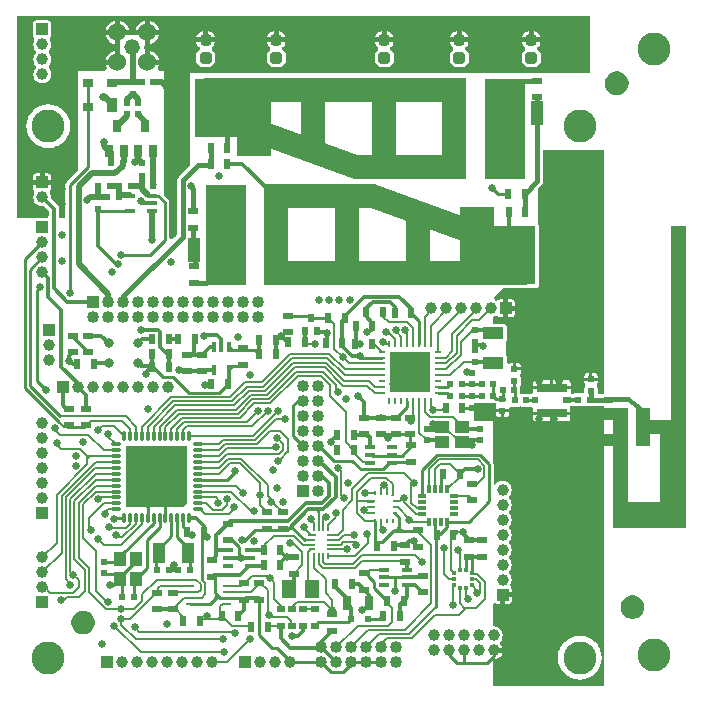
<source format=gtl>
G04 Layer_Physical_Order=1*
G04 Layer_Color=255*
%FSLAX25Y25*%
%MOIN*%
G70*
G01*
G75*
%ADD10C,0.00800*%
%ADD11R,0.19685X0.19685*%
%ADD12R,0.03937X0.07874*%
%ADD13R,0.11811X0.23622*%
%ADD14R,0.03543X0.03150*%
%ADD15R,0.03543X0.04724*%
%ADD16R,0.03543X0.02362*%
%ADD17O,0.02362X0.00945*%
%ADD18O,0.00945X0.02362*%
%ADD19R,0.13583X0.13583*%
%ADD20R,0.15748X0.15748*%
%ADD21O,0.01102X0.03347*%
%ADD22O,0.03347X0.01102*%
%ADD23R,0.01811X0.01811*%
%ADD24R,0.03622X0.01575*%
%ADD25R,0.01476X0.01358*%
%ADD26R,0.01358X0.01476*%
%ADD27R,0.02362X0.03543*%
%ADD28R,0.03937X0.07087*%
%ADD29R,0.03937X0.04724*%
%ADD30R,0.02362X0.01968*%
%ADD31R,0.01968X0.02362*%
%ADD32R,0.02756X0.03937*%
%ADD33C,0.03150*%
%ADD34R,0.01575X0.03622*%
%ADD35R,0.00886X0.02217*%
%ADD36R,0.02217X0.00886*%
%ADD37R,0.02610X0.00886*%
%ADD38R,0.02835X0.02362*%
%ADD39R,0.02756X0.02362*%
%ADD40R,0.01772X0.00984*%
%ADD41R,0.00984X0.01772*%
%ADD42R,0.00984X0.01378*%
%ADD43R,0.02953X0.00984*%
%ADD44R,0.01968X0.02598*%
%ADD45R,0.02600X0.01200*%
%ADD46R,0.01200X0.02600*%
%ADD47R,0.02756X0.05118*%
%ADD48R,0.07087X0.03937*%
%ADD49R,0.02165X0.02165*%
%ADD50R,0.02756X0.02165*%
%ADD51R,0.10433X0.03150*%
%ADD52R,0.04724X0.03937*%
%ADD53R,0.05118X0.05905*%
%ADD54R,0.01968X0.01968*%
%ADD55C,0.01000*%
%ADD56C,0.01200*%
%ADD57C,0.01600*%
%ADD58C,0.01400*%
%ADD59C,0.01800*%
%ADD60C,0.02020*%
%ADD61C,0.01042*%
%ADD62C,0.01811*%
%ADD63C,0.00600*%
%ADD64C,0.01500*%
%ADD65R,0.13780X0.33465*%
%ADD66R,0.07874X0.33465*%
%ADD67R,0.07874X0.33465*%
%ADD68R,0.07874X0.25590*%
%ADD69R,0.37402X0.07874*%
%ADD70R,0.87795X0.07874*%
G04:AMPARAMS|DCode=71|XSize=428.67mil|YSize=78.74mil|CornerRadius=0mil|HoleSize=0mil|Usage=FLASHONLY|Rotation=340.000|XOffset=0mil|YOffset=0mil|HoleType=Round|Shape=Rectangle|*
%AMROTATEDRECTD71*
4,1,4,-0.21488,0.03631,-0.18794,0.11030,0.21488,-0.03631,0.18794,-0.11030,-0.21488,0.03631,0.0*
%
%ADD71ROTATEDRECTD71*%

%ADD72R,0.11200X0.14707*%
%ADD73R,0.07499X0.06400*%
%ADD74C,0.05200*%
%ADD75C,0.06000*%
%ADD76C,0.04000*%
%ADD77C,0.03937*%
%ADD78R,0.03937X0.03937*%
%ADD79R,0.04000X0.04000*%
%ADD80R,0.04000X0.04000*%
%ADD81C,0.04331*%
%ADD82P,0.04688X8X112.5*%
%ADD83R,0.03937X0.03937*%
%ADD84C,0.11000*%
%ADD85C,0.02600*%
G36*
X127372Y65411D02*
X126782D01*
Y65805D01*
X127766D01*
X127372Y65411D01*
D02*
G37*
G36*
X58757Y62958D02*
X57477Y61678D01*
X38481D01*
Y81954D01*
X58757D01*
Y62958D01*
D02*
G37*
G36*
X197794Y180700D02*
X197794Y99443D01*
X195604D01*
X195601Y99447D01*
Y101416D01*
X195523Y101806D01*
X195302Y102137D01*
Y102663D01*
X195523Y102994D01*
X195601Y103384D01*
Y103868D01*
X193400D01*
X191199D01*
Y103384D01*
X191277Y102994D01*
X191498Y102663D01*
Y102137D01*
X191277Y101806D01*
X191199Y101416D01*
Y99948D01*
X190606Y99623D01*
X190216Y99701D01*
X188247D01*
X187857Y99623D01*
X187526Y99402D01*
X187418Y99240D01*
X187291Y99325D01*
X187088Y99365D01*
X186881Y99445D01*
X186641Y99958D01*
Y101032D01*
X180405D01*
X174169D01*
Y99958D01*
X173690Y99402D01*
X173613D01*
X173352Y99350D01*
X173243Y99423D01*
X172853Y99501D01*
X170884D01*
X170494Y99423D01*
X170438Y99385D01*
X170133Y99511D01*
X169872Y99729D01*
Y101981D01*
X169834Y102174D01*
X170023Y102457D01*
X170101Y102847D01*
Y104816D01*
X170023Y105206D01*
X169802Y105537D01*
Y106063D01*
X170023Y106394D01*
X170101Y106784D01*
Y107269D01*
X167900D01*
Y107768D01*
X167400D01*
Y109772D01*
X166719D01*
X166329Y109695D01*
X165998Y109474D01*
X165963Y109421D01*
X165363Y109603D01*
Y111847D01*
X165285Y112237D01*
X165164Y112418D01*
Y117182D01*
X165285Y117363D01*
X165363Y117753D01*
Y121690D01*
X165285Y122080D01*
X165064Y122411D01*
X164734Y122632D01*
X164343Y122709D01*
X160900D01*
Y125160D01*
X161497Y125407D01*
X161561Y125456D01*
X162311Y125311D01*
X162641Y125090D01*
X163031Y125012D01*
X164200D01*
Y128000D01*
Y130988D01*
X163031D01*
X162641Y130911D01*
X162311Y130690D01*
X161561Y130544D01*
X161497Y130593D01*
X161390Y130638D01*
X161206Y131363D01*
X163965Y134754D01*
X175061D01*
X175452Y134832D01*
X175782Y135053D01*
X176003Y135384D01*
X176081Y135774D01*
Y155459D01*
X176003Y155849D01*
X175782Y156180D01*
X175700Y156235D01*
X175700Y167804D01*
X176870Y168974D01*
X177290Y169603D01*
X177437Y170344D01*
Y180700D01*
X197794Y180700D01*
D02*
G37*
G36*
X224999Y54744D02*
X200708D01*
Y82224D01*
X197794D01*
Y86161D01*
X200708D01*
Y90886D01*
X197794D01*
Y94823D01*
X205787D01*
Y63327D01*
X216298D01*
Y86161D01*
X213149D01*
Y82224D01*
X208385D01*
Y94618D01*
X205787Y96595D01*
X197794D01*
Y98405D01*
X206180D01*
X210743Y94823D01*
X213149D01*
Y90886D01*
X220235D01*
Y155453D01*
X224999D01*
Y54744D01*
D02*
G37*
G36*
X161748Y96036D02*
X161910Y95406D01*
X161777Y95206D01*
X161699Y94816D01*
Y94332D01*
X163900D01*
X166101D01*
Y94760D01*
X166280Y94929D01*
X166644Y95160D01*
X166947Y95099D01*
X168916D01*
X169306Y95177D01*
X169637Y95398D01*
X170163D01*
X170494Y95177D01*
X170884Y95099D01*
X172853D01*
X173243Y95177D01*
X173352Y95250D01*
X173613Y95198D01*
X173690D01*
X174169Y94643D01*
Y93568D01*
X180405D01*
X186641D01*
Y94643D01*
X186881Y95155D01*
X187088Y95235D01*
X187291Y95275D01*
X187622Y95496D01*
X187639Y95522D01*
X187857Y95377D01*
X188247Y95299D01*
X189401D01*
X189900Y94800D01*
X193900D01*
Y95299D01*
X194153D01*
X194543Y95377D01*
X194813Y95557D01*
X196361D01*
X196461Y95487D01*
X196802Y94957D01*
X196775Y94823D01*
Y90886D01*
X196853Y90496D01*
X197073Y90165D01*
X197404Y89944D01*
X197794Y89866D01*
X197794D01*
Y87181D01*
X197794D01*
X197404Y87103D01*
X197073Y86882D01*
X196853Y86552D01*
X196775Y86161D01*
Y82224D01*
X196853Y81834D01*
X197073Y81503D01*
X197404Y81282D01*
X197794Y81205D01*
X197794D01*
X197795Y2000D01*
X160900Y2000D01*
Y10918D01*
X161000Y11006D01*
X161775Y11108D01*
X162497Y11407D01*
X163117Y11883D01*
X163593Y12503D01*
X163882Y13200D01*
X161000D01*
Y14800D01*
X163882D01*
X163593Y15497D01*
X163117Y16117D01*
X163009Y16200D01*
Y16800D01*
X163117Y16883D01*
X163593Y17503D01*
X163892Y18225D01*
X163994Y19000D01*
X163892Y19775D01*
X163593Y20497D01*
X163117Y21117D01*
X162497Y21593D01*
X161775Y21892D01*
X161000Y21994D01*
X160900Y22082D01*
Y29418D01*
X160917Y29434D01*
X161500Y29684D01*
X161641Y29590D01*
X162031Y29512D01*
X163200D01*
Y32500D01*
X164000D01*
Y33300D01*
X166988D01*
Y34468D01*
X166911Y34859D01*
X166690Y35189D01*
X166544Y35939D01*
X166593Y36003D01*
X166892Y36725D01*
X166994Y37500D01*
X166892Y38275D01*
X166593Y38997D01*
X166117Y39617D01*
X166009Y39700D01*
Y40300D01*
X166117Y40383D01*
X166593Y41003D01*
X166892Y41725D01*
X166994Y42500D01*
X166892Y43275D01*
X166593Y43997D01*
X166117Y44617D01*
X166009Y44700D01*
Y45300D01*
X166117Y45383D01*
X166593Y46003D01*
X166892Y46725D01*
X166994Y47500D01*
X166892Y48275D01*
X166593Y48997D01*
X166117Y49617D01*
X166009Y49700D01*
Y50300D01*
X166117Y50383D01*
X166593Y51003D01*
X166892Y51725D01*
X166994Y52500D01*
X166892Y53275D01*
X166593Y53997D01*
X166117Y54617D01*
X166009Y54700D01*
Y55300D01*
X166117Y55383D01*
X166593Y56003D01*
X166892Y56725D01*
X166994Y57500D01*
X166892Y58275D01*
X166593Y58997D01*
X166117Y59617D01*
X166009Y59700D01*
Y60300D01*
X166117Y60383D01*
X166593Y61003D01*
X166892Y61725D01*
X166994Y62500D01*
X166892Y63275D01*
X166593Y63997D01*
X166117Y64617D01*
X166009Y64700D01*
Y65300D01*
X166117Y65383D01*
X166593Y66003D01*
X166892Y66725D01*
X166994Y67500D01*
X166892Y68275D01*
X166593Y68997D01*
X166117Y69617D01*
X165497Y70093D01*
X164775Y70392D01*
X164000Y70494D01*
X163225Y70392D01*
X162503Y70093D01*
X161883Y69617D01*
X161529Y69156D01*
X160929Y69356D01*
Y76074D01*
X160900Y76222D01*
X160900Y95849D01*
X161377Y96183D01*
X161748Y96036D01*
D02*
G37*
G36*
X203148Y206786D02*
X203865Y206489D01*
X204510Y206058D01*
X205058Y205510D01*
X205489Y204865D01*
X205786Y204148D01*
X205937Y203388D01*
Y203000D01*
Y202612D01*
X205786Y201852D01*
X205489Y201135D01*
X205058Y200490D01*
X204510Y199942D01*
X203865Y199511D01*
X203148Y199214D01*
X202388Y199063D01*
X201612D01*
X200852Y199214D01*
X200135Y199511D01*
X199490Y199942D01*
X198942Y200490D01*
X198511Y201135D01*
X198214Y201852D01*
X198063Y202612D01*
Y203000D01*
Y203388D01*
X198214Y204148D01*
X198511Y204865D01*
X198942Y205510D01*
X199490Y206058D01*
X200135Y206489D01*
X200852Y206786D01*
X201612Y206937D01*
X202388D01*
X203148Y206786D01*
D02*
G37*
G36*
X193000Y206500D02*
X59900D01*
Y175795D01*
X56002Y171898D01*
X55604Y171302D01*
X55465Y170600D01*
Y152660D01*
X53829Y151025D01*
X52829Y151439D01*
Y163400D01*
X52713Y163985D01*
X52381Y164481D01*
X50963Y165900D01*
X50963Y207100D01*
X49577D01*
X49208Y207658D01*
X49043Y208100D01*
X49397Y208956D01*
X49429Y209200D01*
X45500D01*
Y210000D01*
X44700D01*
Y214547D01*
X44484Y214736D01*
Y215264D01*
X44700Y215453D01*
Y219200D01*
X40953D01*
X40764Y218984D01*
X40236D01*
X40047Y219200D01*
X36300D01*
Y215453D01*
X36516Y215264D01*
Y214736D01*
X36300Y214547D01*
Y210000D01*
X35500D01*
Y209200D01*
X31571D01*
X31603Y208956D01*
X31957Y208100D01*
X31792Y207658D01*
X31423Y207100D01*
X22400D01*
Y173963D01*
X18609Y170171D01*
X18277Y169675D01*
X18161Y169090D01*
Y157979D01*
X16133D01*
Y161100D01*
X16001Y161763D01*
X15626Y162326D01*
X13431Y164520D01*
X13494Y165000D01*
X13392Y165775D01*
X13210Y166213D01*
X13094Y166504D01*
X13190Y167311D01*
X13410Y167641D01*
X13488Y168032D01*
Y169200D01*
X10500D01*
X7512D01*
Y168032D01*
X7589Y167641D01*
X7811Y167311D01*
X7906Y166504D01*
X7790Y166213D01*
X7608Y165775D01*
X7506Y165000D01*
X7608Y164225D01*
X7907Y163503D01*
X8383Y162883D01*
X9003Y162407D01*
X9725Y162108D01*
X10500Y162006D01*
X10980Y162069D01*
X12667Y160382D01*
Y158968D01*
X12468Y157988D01*
X8531D01*
X8488Y157979D01*
X2000D01*
X2000Y225369D01*
X51100D01*
Y225287D01*
X58400Y225287D01*
Y225369D01*
X193000D01*
Y206500D01*
D02*
G37*
G36*
X25248Y26986D02*
X25965Y26689D01*
X26610Y26258D01*
X27158Y25710D01*
X27589Y25065D01*
X27886Y24348D01*
X28037Y23588D01*
Y23200D01*
Y22812D01*
X27886Y22052D01*
X27589Y21335D01*
X27158Y20690D01*
X26610Y20142D01*
X25965Y19711D01*
X25248Y19414D01*
X24488Y19263D01*
X23712D01*
X22952Y19414D01*
X22235Y19711D01*
X21590Y20142D01*
X21042Y20690D01*
X20611Y21335D01*
X20314Y22052D01*
X20163Y22812D01*
Y23200D01*
Y23588D01*
X20314Y24348D01*
X20611Y25065D01*
X21042Y25710D01*
X21590Y26258D01*
X22235Y26689D01*
X22952Y26986D01*
X23712Y27137D01*
X24488D01*
X25248Y26986D01*
D02*
G37*
G36*
X208448Y32186D02*
X209165Y31889D01*
X209810Y31458D01*
X210358Y30910D01*
X210789Y30265D01*
X211086Y29548D01*
X211237Y28788D01*
Y28400D01*
Y28012D01*
X211086Y27252D01*
X210789Y26535D01*
X210358Y25890D01*
X209810Y25342D01*
X209165Y24911D01*
X208448Y24614D01*
X207688Y24463D01*
X206912D01*
X206152Y24614D01*
X205435Y24911D01*
X204790Y25342D01*
X204242Y25890D01*
X203811Y26535D01*
X203514Y27252D01*
X203363Y28012D01*
Y28400D01*
Y28788D01*
X203514Y29548D01*
X203811Y30265D01*
X204242Y30910D01*
X204790Y31458D01*
X205435Y31889D01*
X206152Y32186D01*
X206912Y32337D01*
X207688D01*
X208448Y32186D01*
D02*
G37*
%LPC*%
G36*
X194581Y106372D02*
X193900D01*
Y104868D01*
X195601D01*
Y105353D01*
X195523Y105743D01*
X195302Y106074D01*
X194971Y106295D01*
X194581Y106372D01*
D02*
G37*
G36*
X169081Y109772D02*
X168400D01*
Y108268D01*
X170101D01*
Y108753D01*
X170023Y109143D01*
X169802Y109474D01*
X169471Y109695D01*
X169081Y109772D01*
D02*
G37*
G36*
X167988Y127200D02*
X165800D01*
Y125012D01*
X166969D01*
X167359Y125090D01*
X167690Y125311D01*
X167911Y125641D01*
X167988Y126031D01*
Y127200D01*
D02*
G37*
G36*
X166969Y130988D02*
X165800D01*
Y128800D01*
X167988D01*
Y129969D01*
X167911Y130359D01*
X167690Y130690D01*
X167359Y130911D01*
X166969Y130988D01*
D02*
G37*
G36*
X185621Y104127D02*
X180905D01*
Y102032D01*
X186641D01*
Y103107D01*
X186563Y103497D01*
X186342Y103828D01*
X186011Y104049D01*
X185621Y104127D01*
D02*
G37*
G36*
X192900Y106372D02*
X192219D01*
X191829Y106295D01*
X191498Y106074D01*
X191277Y105743D01*
X191199Y105353D01*
Y104868D01*
X192900D01*
Y106372D01*
D02*
G37*
G36*
X179905Y104127D02*
X175188D01*
X174798Y104049D01*
X174467Y103828D01*
X174246Y103497D01*
X174169Y103107D01*
Y102032D01*
X179905D01*
Y104127D01*
D02*
G37*
G36*
Y92568D02*
X174169D01*
Y91493D01*
X174246Y91103D01*
X174467Y90772D01*
X174798Y90551D01*
X175188Y90473D01*
X179905D01*
Y92568D01*
D02*
G37*
G36*
X186641D02*
X180905D01*
Y90473D01*
X185621D01*
X186011Y90551D01*
X186342Y90772D01*
X186563Y91103D01*
X186641Y91493D01*
Y92568D01*
D02*
G37*
G36*
X189700Y18800D02*
X189650Y18790D01*
X189600Y18795D01*
X188375Y18674D01*
X188279Y18645D01*
X188179Y18635D01*
X187001Y18278D01*
X186912Y18230D01*
X186816Y18201D01*
X185730Y17621D01*
X185653Y17557D01*
X185564Y17510D01*
X184612Y16729D01*
X184549Y16651D01*
X184471Y16588D01*
X183690Y15636D01*
X183643Y15547D01*
X183579Y15470D01*
X182999Y14384D01*
X182969Y14288D01*
X182922Y14199D01*
X182565Y13021D01*
X182555Y12921D01*
X182526Y12825D01*
X182405Y11600D01*
X182415Y11500D01*
X182405Y11400D01*
X182526Y10175D01*
X182555Y10079D01*
X182565Y9979D01*
X182922Y8801D01*
X182969Y8712D01*
X182999Y8616D01*
X183579Y7530D01*
X183643Y7453D01*
X183690Y7364D01*
X184471Y6412D01*
X184549Y6349D01*
X184612Y6271D01*
X185564Y5490D01*
X185653Y5443D01*
X185730Y5379D01*
X186816Y4799D01*
X186912Y4769D01*
X187001Y4722D01*
X188179Y4365D01*
X188279Y4355D01*
X188375Y4326D01*
X189600Y4205D01*
X189650Y4210D01*
X189700Y4200D01*
X189750Y4210D01*
X189800Y4205D01*
X191025Y4326D01*
X191121Y4355D01*
X191221Y4365D01*
X192399Y4722D01*
X192488Y4769D01*
X192584Y4799D01*
X193670Y5379D01*
X193747Y5443D01*
X193836Y5490D01*
X194788Y6271D01*
X194851Y6349D01*
X194929Y6412D01*
X195710Y7364D01*
X195757Y7453D01*
X195821Y7530D01*
X196401Y8616D01*
X196431Y8712D01*
X196478Y8801D01*
X196835Y9979D01*
X196845Y10079D01*
X196874Y10175D01*
X196995Y11400D01*
X196985Y11500D01*
X196995Y11600D01*
X196874Y12825D01*
X196845Y12921D01*
X196835Y13021D01*
X196478Y14199D01*
X196431Y14288D01*
X196401Y14384D01*
X195821Y15470D01*
X195757Y15547D01*
X195710Y15636D01*
X194929Y16588D01*
X194851Y16651D01*
X194788Y16729D01*
X193836Y17510D01*
X193747Y17557D01*
X193670Y17621D01*
X192584Y18201D01*
X192488Y18230D01*
X192399Y18278D01*
X191221Y18635D01*
X191121Y18645D01*
X191025Y18674D01*
X189800Y18795D01*
X189750Y18790D01*
X189700Y18800D01*
D02*
G37*
G36*
X166988Y31700D02*
X164800D01*
Y29512D01*
X165969D01*
X166359Y29590D01*
X166690Y29811D01*
X166911Y30141D01*
X166988Y30531D01*
Y31700D01*
D02*
G37*
G36*
X163400Y93331D02*
X161699D01*
Y92847D01*
X161777Y92457D01*
X161998Y92126D01*
X162329Y91905D01*
X162719Y91828D01*
X163400D01*
Y93331D01*
D02*
G37*
G36*
X166101D02*
X164400D01*
Y91828D01*
X165081D01*
X165471Y91905D01*
X165802Y92126D01*
X166023Y92457D01*
X166101Y92847D01*
Y93331D01*
D02*
G37*
G36*
X12500Y196000D02*
X12450Y195990D01*
X12400Y195995D01*
X11175Y195874D01*
X11079Y195845D01*
X10979Y195835D01*
X9801Y195478D01*
X9712Y195431D01*
X9616Y195401D01*
X8530Y194821D01*
X8453Y194757D01*
X8364Y194710D01*
X7412Y193929D01*
X7349Y193851D01*
X7271Y193788D01*
X6490Y192836D01*
X6443Y192747D01*
X6379Y192670D01*
X5799Y191584D01*
X5770Y191488D01*
X5722Y191399D01*
X5365Y190221D01*
X5355Y190121D01*
X5326Y190025D01*
X5205Y188800D01*
X5215Y188700D01*
X5205Y188600D01*
X5326Y187375D01*
X5355Y187279D01*
X5365Y187179D01*
X5722Y186001D01*
X5770Y185912D01*
X5799Y185816D01*
X6379Y184730D01*
X6443Y184653D01*
X6490Y184564D01*
X7271Y183612D01*
X7349Y183549D01*
X7412Y183471D01*
X8364Y182690D01*
X8453Y182643D01*
X8530Y182579D01*
X9616Y181999D01*
X9712Y181969D01*
X9801Y181922D01*
X10979Y181565D01*
X11079Y181555D01*
X11175Y181526D01*
X12400Y181405D01*
X12450Y181410D01*
X12500Y181400D01*
X12550Y181410D01*
X12600Y181405D01*
X13825Y181526D01*
X13921Y181555D01*
X14021Y181565D01*
X15199Y181922D01*
X15288Y181969D01*
X15384Y181999D01*
X16470Y182579D01*
X16547Y182643D01*
X16636Y182690D01*
X17588Y183471D01*
X17651Y183549D01*
X17729Y183612D01*
X18510Y184564D01*
X18557Y184653D01*
X18621Y184730D01*
X19201Y185816D01*
X19230Y185912D01*
X19278Y186001D01*
X19635Y187179D01*
X19645Y187279D01*
X19674Y187375D01*
X19795Y188600D01*
X19785Y188700D01*
X19795Y188800D01*
X19674Y190025D01*
X19645Y190121D01*
X19635Y190221D01*
X19278Y191399D01*
X19230Y191488D01*
X19201Y191584D01*
X18621Y192670D01*
X18557Y192747D01*
X18510Y192836D01*
X17729Y193788D01*
X17651Y193851D01*
X17588Y193929D01*
X16636Y194710D01*
X16547Y194757D01*
X16470Y194821D01*
X15384Y195401D01*
X15288Y195431D01*
X15199Y195478D01*
X14021Y195835D01*
X13921Y195845D01*
X13825Y195874D01*
X12600Y195995D01*
X12550Y195990D01*
X12500Y196000D01*
D02*
G37*
G36*
X12468Y172988D02*
X11300D01*
Y170800D01*
X13488D01*
Y171968D01*
X13410Y172359D01*
X13190Y172689D01*
X12859Y172910D01*
X12468Y172988D01*
D02*
G37*
G36*
X9700D02*
X8531D01*
X8141Y172910D01*
X7811Y172689D01*
X7589Y172359D01*
X7512Y171968D01*
Y170800D01*
X9700D01*
Y172988D01*
D02*
G37*
G36*
X65800Y220540D02*
Y218253D01*
X68087D01*
X68084Y218279D01*
X67765Y219049D01*
X67258Y219710D01*
X66596Y220218D01*
X65826Y220537D01*
X65800Y220540D01*
D02*
G37*
G36*
X89300D02*
Y218253D01*
X91587D01*
X91584Y218279D01*
X91265Y219049D01*
X90758Y219710D01*
X90096Y220218D01*
X89326Y220537D01*
X89300Y220540D01*
D02*
G37*
G36*
X125300D02*
Y218253D01*
X127587D01*
X127584Y218279D01*
X127265Y219049D01*
X126758Y219710D01*
X126096Y220218D01*
X125326Y220537D01*
X125300Y220540D01*
D02*
G37*
G36*
X123700D02*
X123674Y220537D01*
X122904Y220218D01*
X122242Y219710D01*
X121735Y219049D01*
X121416Y218279D01*
X121413Y218253D01*
X123700D01*
Y220540D01*
D02*
G37*
G36*
X148700D02*
X148674Y220537D01*
X147904Y220218D01*
X147242Y219710D01*
X146735Y219049D01*
X146416Y218279D01*
X146413Y218253D01*
X148700D01*
Y220540D01*
D02*
G37*
G36*
X172700D02*
X172674Y220537D01*
X171904Y220218D01*
X171242Y219710D01*
X170735Y219049D01*
X170416Y218279D01*
X170413Y218253D01*
X172700D01*
Y220540D01*
D02*
G37*
G36*
X44700Y223929D02*
X44456Y223897D01*
X43483Y223494D01*
X42647Y222853D01*
X42006Y222017D01*
X41603Y221044D01*
X41571Y220800D01*
X44700D01*
Y223929D01*
D02*
G37*
G36*
X46300D02*
Y220800D01*
X49429D01*
X49397Y221044D01*
X48994Y222017D01*
X48353Y222853D01*
X47517Y223494D01*
X46544Y223897D01*
X46300Y223929D01*
D02*
G37*
G36*
X36300D02*
Y220800D01*
X39429D01*
X39397Y221044D01*
X38994Y222017D01*
X38353Y222853D01*
X37517Y223494D01*
X36544Y223897D01*
X36300Y223929D01*
D02*
G37*
G36*
X150300Y220540D02*
Y218253D01*
X152587D01*
X152584Y218279D01*
X152265Y219049D01*
X151758Y219710D01*
X151096Y220218D01*
X150326Y220537D01*
X150300Y220540D01*
D02*
G37*
G36*
X174300D02*
Y218253D01*
X176587D01*
X176584Y218279D01*
X176265Y219049D01*
X175758Y219710D01*
X175096Y220218D01*
X174326Y220537D01*
X174300Y220540D01*
D02*
G37*
G36*
X34700Y223929D02*
X34456Y223897D01*
X33483Y223494D01*
X32647Y222853D01*
X32006Y222017D01*
X31603Y221044D01*
X31571Y220800D01*
X34700D01*
Y223929D01*
D02*
G37*
G36*
X127587Y216653D02*
X124500D01*
X121413D01*
X121416Y216626D01*
X121735Y215856D01*
X122242Y215195D01*
X122482Y215012D01*
X122534Y214872D01*
X122502Y214240D01*
X121614Y213351D01*
X121614Y213351D01*
X121393Y213020D01*
X121315Y212630D01*
Y210465D01*
X121393Y210074D01*
X121614Y209744D01*
X122696Y208661D01*
X123027Y208440D01*
X123417Y208362D01*
X125583D01*
X125973Y208440D01*
X126304Y208661D01*
X127386Y209744D01*
X127386Y209744D01*
X127607Y210074D01*
X127685Y210465D01*
Y212630D01*
X127607Y213020D01*
X127386Y213351D01*
X126498Y214240D01*
X126466Y214872D01*
X126518Y215012D01*
X126758Y215195D01*
X127265Y215856D01*
X127584Y216626D01*
X127587Y216653D01*
D02*
G37*
G36*
X152587D02*
X149500D01*
X146413D01*
X146416Y216626D01*
X146735Y215856D01*
X147242Y215195D01*
X147482Y215012D01*
X147534Y214872D01*
X147502Y214240D01*
X146614Y213351D01*
X146614Y213351D01*
X146393Y213020D01*
X146315Y212630D01*
Y210465D01*
X146393Y210074D01*
X146614Y209744D01*
X147696Y208661D01*
X148027Y208440D01*
X148417Y208362D01*
X150583D01*
X150973Y208440D01*
X151304Y208661D01*
X152386Y209744D01*
X152386Y209744D01*
X152607Y210074D01*
X152685Y210465D01*
Y212630D01*
X152607Y213020D01*
X152386Y213351D01*
X151498Y214240D01*
X151466Y214872D01*
X151518Y215012D01*
X151758Y215195D01*
X152265Y215856D01*
X152584Y216626D01*
X152587Y216653D01*
D02*
G37*
G36*
X176587D02*
X173500D01*
X170413D01*
X170416Y216626D01*
X170735Y215856D01*
X171242Y215195D01*
X171482Y215012D01*
X171534Y214872D01*
X171502Y214240D01*
X170614Y213351D01*
X170614Y213351D01*
X170393Y213020D01*
X170315Y212630D01*
Y210465D01*
X170393Y210074D01*
X170614Y209744D01*
X171696Y208661D01*
X172027Y208440D01*
X172417Y208362D01*
X174583D01*
X174973Y208440D01*
X175304Y208661D01*
X176386Y209744D01*
X176386Y209744D01*
X176607Y210074D01*
X176685Y210465D01*
Y212630D01*
X176607Y213020D01*
X176386Y213351D01*
X175498Y214240D01*
X175466Y214872D01*
X175518Y215012D01*
X175758Y215195D01*
X176265Y215856D01*
X176584Y216626D01*
X176587Y216653D01*
D02*
G37*
G36*
X12468Y223988D02*
X8531D01*
X8141Y223910D01*
X7811Y223690D01*
X7589Y223359D01*
X7512Y222969D01*
Y219032D01*
X7589Y218641D01*
X7811Y218311D01*
X7906Y217504D01*
X7790Y217213D01*
X7608Y216775D01*
X7506Y216000D01*
X7608Y215225D01*
X7907Y214503D01*
X8383Y213883D01*
Y213117D01*
X7907Y212497D01*
X7608Y211775D01*
X7506Y211000D01*
X7608Y210225D01*
X7907Y209503D01*
X8383Y208883D01*
Y208117D01*
X7907Y207497D01*
X7608Y206775D01*
X7506Y206000D01*
X7608Y205225D01*
X7907Y204503D01*
X8383Y203883D01*
X9003Y203407D01*
X9725Y203108D01*
X10500Y203006D01*
X11275Y203108D01*
X11997Y203407D01*
X12617Y203883D01*
X13093Y204503D01*
X13392Y205225D01*
X13494Y206000D01*
X13392Y206775D01*
X13093Y207497D01*
X12617Y208117D01*
Y208883D01*
X13093Y209503D01*
X13392Y210225D01*
X13494Y211000D01*
X13392Y211775D01*
X13093Y212497D01*
X12617Y213117D01*
Y213883D01*
X13093Y214503D01*
X13392Y215225D01*
X13494Y216000D01*
X13392Y216775D01*
X13210Y217213D01*
X13094Y217504D01*
X13190Y218311D01*
X13410Y218641D01*
X13488Y219032D01*
Y222969D01*
X13410Y223359D01*
X13190Y223690D01*
X12859Y223910D01*
X12468Y223988D01*
D02*
G37*
G36*
X68087Y216653D02*
X65000D01*
X61913D01*
X61916Y216626D01*
X62235Y215856D01*
X62742Y215195D01*
X62982Y215012D01*
X63034Y214872D01*
X63002Y214240D01*
X62114Y213351D01*
X62114Y213351D01*
X61893Y213020D01*
X61815Y212630D01*
Y210465D01*
X61893Y210074D01*
X62114Y209744D01*
X63196Y208661D01*
X63527Y208440D01*
X63917Y208362D01*
X66083D01*
X66473Y208440D01*
X66804Y208661D01*
X67886Y209744D01*
X67886Y209744D01*
X68107Y210074D01*
X68185Y210465D01*
Y212630D01*
X68107Y213020D01*
X67886Y213351D01*
X66998Y214240D01*
X66966Y214872D01*
X67018Y215012D01*
X67258Y215195D01*
X67765Y215856D01*
X68084Y216626D01*
X68087Y216653D01*
D02*
G37*
G36*
X91587D02*
X88500D01*
X85413D01*
X85416Y216626D01*
X85735Y215856D01*
X86242Y215195D01*
X86482Y215012D01*
X86534Y214872D01*
X86502Y214240D01*
X85614Y213351D01*
X85614Y213351D01*
X85393Y213020D01*
X85315Y212630D01*
Y210465D01*
X85393Y210074D01*
X85614Y209744D01*
X86696Y208661D01*
X87027Y208440D01*
X87417Y208362D01*
X89583D01*
X89973Y208440D01*
X90304Y208661D01*
X91386Y209744D01*
X91386Y209744D01*
X91607Y210074D01*
X91685Y210465D01*
Y212630D01*
X91607Y213020D01*
X91386Y213351D01*
X90498Y214240D01*
X90466Y214872D01*
X90518Y215012D01*
X90758Y215195D01*
X91265Y215856D01*
X91584Y216626D01*
X91587Y216653D01*
D02*
G37*
G36*
X49429Y219200D02*
X46300D01*
Y216071D01*
X46544Y216103D01*
X47517Y216506D01*
X48353Y217147D01*
X48994Y217983D01*
X49397Y218956D01*
X49429Y219200D01*
D02*
G37*
G36*
X64200Y220540D02*
X64174Y220537D01*
X63404Y220218D01*
X62742Y219710D01*
X62235Y219049D01*
X61916Y218279D01*
X61913Y218253D01*
X64200D01*
Y220540D01*
D02*
G37*
G36*
X87700D02*
X87674Y220537D01*
X86904Y220218D01*
X86242Y219710D01*
X85735Y219049D01*
X85416Y218279D01*
X85413Y218253D01*
X87700D01*
Y220540D01*
D02*
G37*
G36*
X34700Y213929D02*
X34456Y213897D01*
X33483Y213494D01*
X32647Y212853D01*
X32006Y212017D01*
X31603Y211044D01*
X31571Y210800D01*
X34700D01*
Y213929D01*
D02*
G37*
G36*
X46300D02*
Y210800D01*
X49429D01*
X49397Y211044D01*
X48994Y212017D01*
X48353Y212853D01*
X47517Y213494D01*
X46544Y213897D01*
X46300Y213929D01*
D02*
G37*
G36*
X34700Y219200D02*
X31571D01*
X31603Y218956D01*
X32006Y217983D01*
X32647Y217147D01*
X33483Y216506D01*
X34456Y216103D01*
X34700Y216071D01*
Y219200D01*
D02*
G37*
%LPD*%
D10*
X52700Y62300D02*
G03*
X51572Y61200I-14J-1114D01*
G01*
D02*
G03*
X50700Y62100I-886J14D01*
G01*
X46500Y62128D02*
G03*
X45772Y61400I0J-728D01*
G01*
X45600D02*
G03*
X44300Y62100I-1000J-300D01*
G01*
X68100Y31300D02*
G03*
X68100Y33100I-900J900D01*
G01*
X69684Y31516D02*
G03*
X68100Y31300I-684J-900D01*
G01*
X127478Y53878D02*
G03*
X129500Y55300I300J1722D01*
G01*
X129500D02*
G03*
X130700Y53878I1311J-111D01*
G01*
X129500Y38300D02*
G03*
X128200Y37000I0J-1300D01*
G01*
Y36900D02*
G03*
X127000Y38300I-1300J100D01*
G01*
X104184Y60984D02*
G03*
X102600Y59700I-150J-1434D01*
G01*
D02*
G03*
X101400Y60900I-1200J0D01*
G01*
X94400Y56200D02*
G03*
X94300Y54400I850J-950D01*
G01*
D02*
G03*
X92344Y54144I-850J-1106D01*
G01*
X26323Y78677D02*
G03*
X25495Y77600I224J-1030D01*
G01*
X99850Y57750D02*
X101038Y56562D01*
X67100Y38544D02*
X67706Y39150D01*
X159953Y110231D02*
X160853Y109332D01*
X150932Y110231D02*
X154700D01*
X146365Y105665D02*
X150932Y110231D01*
X150000Y116800D02*
X154100Y120900D01*
X150000Y112440D02*
Y116800D01*
X153900Y124100D02*
X156100D01*
X148600Y118800D02*
X153900Y124100D01*
X148600Y113020D02*
Y118800D01*
X46735Y73700D02*
X48619Y71816D01*
X44500Y73700D02*
X46735D01*
X147500Y29100D02*
Y35394D01*
Y28700D02*
Y29100D01*
X88480Y91100D02*
X91200D01*
X81477Y84097D02*
X88480Y91100D01*
X132700Y19400D02*
X141800Y28500D01*
X144300Y47460D02*
X144400Y47360D01*
X144300Y47460D02*
X144370Y47530D01*
X135522Y53878D02*
X140200Y49200D01*
Y29600D02*
Y49200D01*
X131400Y20800D02*
X140200Y29600D01*
X122900Y19400D02*
X132700D01*
X125500Y18000D02*
X133780D01*
X141480Y25700D02*
X149500D01*
X133780Y18000D02*
X141480Y25700D01*
X108500Y15000D02*
X115700Y22200D01*
X123500Y16000D02*
X125500Y18000D01*
X118500Y15000D02*
X122900Y19400D01*
X119200Y20800D02*
X131400D01*
X114500Y16100D02*
X119200Y20800D01*
X115700Y22200D02*
X125700D01*
X127000Y23500D01*
X94300Y39444D02*
X94344D01*
X110700Y54000D02*
Y60853D01*
X109062Y52362D02*
X110700Y54000D01*
X70700Y17700D02*
X70800Y17800D01*
X41600Y17700D02*
X70700D01*
X22700Y35147D02*
Y37300D01*
X13100Y33200D02*
X20753D01*
X22700Y35147D01*
X19800Y40200D02*
X20900Y39100D01*
X22700Y37300D01*
X133500Y63100D02*
Y69900D01*
Y63100D02*
X135284Y61316D01*
X131246Y72953D02*
X134300Y69900D01*
X118954Y72953D02*
X131246D01*
X134700Y45800D02*
X137100Y43400D01*
X117100Y45800D02*
X134700D01*
X119000Y49700D02*
Y52700D01*
X118800Y52900D02*
X119000Y52700D01*
X104500Y30000D02*
X107200Y27300D01*
Y30800D01*
X85600Y65500D02*
X87400Y63700D01*
Y63156D02*
Y63700D01*
X83000Y62456D02*
Y65900D01*
Y62456D02*
X85500Y59956D01*
X83000Y65900D02*
Y69620D01*
X87400Y63156D02*
X90600Y59956D01*
X109100Y74800D02*
X110100Y73800D01*
Y65900D02*
Y73800D01*
Y65900D02*
X111100Y64900D01*
X155753Y77600D02*
X157900Y75453D01*
X142797Y77600D02*
X155753D01*
X142559Y107633D02*
X145193D01*
X142559Y109602D02*
X145182D01*
X148600Y113020D01*
X145193Y107633D02*
X150000Y112440D01*
X147200Y113600D02*
Y119400D01*
X145170Y111570D02*
X147200Y113600D01*
X142559Y111570D02*
X145170D01*
X147200Y119400D02*
X155900Y128100D01*
X156100Y124100D02*
X160000Y128000D01*
X62300Y82643D02*
X69442D01*
X70897Y84097D01*
X11300Y35000D02*
X13100Y33200D01*
X10500Y35000D02*
X11300D01*
X19900Y35100D02*
Y36100D01*
X18400Y37600D02*
X19900Y36100D01*
X18400Y37600D02*
Y64920D01*
X19800Y40200D02*
Y64340D01*
X22800Y31800D02*
X24700Y33700D01*
X18600Y31800D02*
X22800D01*
X16700Y29900D02*
X18600Y31800D01*
X24700Y33700D02*
Y40820D01*
X26100Y33347D02*
Y41400D01*
X21200Y44320D02*
X24700Y40820D01*
X22600Y44900D02*
X26100Y41400D01*
X31747Y27700D02*
X36700D01*
X26100Y33347D02*
X31747Y27700D01*
X10500Y40000D02*
X17000Y46500D01*
X10500Y45000D02*
X15400Y49900D01*
X25495Y75994D02*
Y78706D01*
X15400Y65900D02*
X25495Y75994D01*
X28294Y66895D02*
X34938D01*
X24000Y62600D02*
X28294Y66895D01*
X24000Y51500D02*
Y62600D01*
X28282Y68863D02*
X34938D01*
X22600Y63180D02*
X28282Y68863D01*
X22600Y44900D02*
Y63180D01*
X28271Y70832D02*
X34938D01*
X21200Y63760D02*
X28271Y70832D01*
X21200Y44320D02*
Y63760D01*
X28260Y72800D02*
X34938D01*
X19800Y64340D02*
X28260Y72800D01*
X28248Y74769D02*
X34938D01*
X18400Y64920D02*
X28248Y74769D01*
X28400Y76900D02*
X34901D01*
X17000Y65500D02*
X28400Y76900D01*
X17000Y46500D02*
Y65500D01*
X15400Y49900D02*
Y65900D01*
Y82500D02*
X16800Y81100D01*
X23100D01*
X25495Y78706D01*
X14900Y83000D02*
X15400Y82500D01*
Y83200D01*
X143177Y76000D02*
X146400D01*
X141500Y74323D02*
X143177Y76000D01*
X141500Y67700D02*
Y74323D01*
X139500Y74303D02*
X142797Y77600D01*
X139500Y67700D02*
Y74303D01*
X105040Y109900D02*
X111240Y103700D01*
X104660Y108300D02*
X109900Y103060D01*
X111240Y103700D02*
X119400D01*
X109900Y102960D02*
X110660Y102200D01*
X109900Y102960D02*
Y103060D01*
X104080Y106900D02*
X108500Y102480D01*
Y100600D02*
Y102480D01*
Y100600D02*
X109200Y99900D01*
X87600Y52100D02*
X94500D01*
X84444Y48944D02*
X87600Y52100D01*
X84444Y47200D02*
Y48944D01*
X74937Y68863D02*
X77500Y66300D01*
X89653Y87200D02*
X92300Y84553D01*
X86560Y87200D02*
X89653D01*
X82057Y82697D02*
X86560Y87200D01*
X80897Y85497D02*
X88800Y93400D01*
X88197Y81297D02*
X88500Y81600D01*
X71477Y82697D02*
X82057D01*
X70897Y84097D02*
X81477D01*
X59446Y85497D02*
X80897D01*
X80500Y88600D02*
X85700Y93800D01*
X58800Y88600D02*
X80500D01*
X78600Y90000D02*
X82400Y93800D01*
X57800Y90000D02*
X78600D01*
X89453Y79300D02*
X90800Y80647D01*
X72040Y79300D02*
X89453D01*
X97700Y54600D02*
Y55150D01*
X94500Y52100D02*
X97387Y49213D01*
X157900Y71900D02*
Y75453D01*
X155556Y69556D02*
X157900Y71900D01*
X154100Y69556D02*
X155556D01*
X152644Y65300D02*
X153900Y64044D01*
X147894Y65300D02*
X152644D01*
X94300Y49500D02*
X97200Y46600D01*
Y42300D02*
Y46600D01*
X94344Y39444D02*
X97200Y42300D01*
X93200Y49500D02*
X94300D01*
X97934Y50787D02*
X100380D01*
X97387Y49213D02*
X100380D01*
X99200Y46600D02*
X100238Y47638D01*
X99200Y35640D02*
Y46600D01*
Y35640D02*
X100340Y34500D01*
X106420Y47638D02*
X112638D01*
X125544Y29700D02*
X127000Y28244D01*
Y23500D02*
Y28244D01*
X125544Y29700D02*
Y31300D01*
X136488Y38300D02*
X137100Y38912D01*
X117100Y43800D02*
X131456D01*
X114600Y41300D02*
X117100Y43800D01*
X104100Y41300D02*
X114600D01*
X114000Y42700D02*
X117100Y45800D01*
X104800Y42700D02*
X114000D01*
X114700Y45400D02*
X119000Y49700D01*
X105762Y45400D02*
X114700D01*
X104956Y33044D02*
X107200Y30800D01*
X104956Y33044D02*
Y37644D01*
X146080Y37620D02*
X147758D01*
X144400Y39300D02*
X146080Y37620D01*
X144400Y39300D02*
Y47360D01*
X146600Y40747D02*
Y51404D01*
Y40747D02*
X147758Y39588D01*
X149100Y47400D02*
X149776Y46724D01*
X132700Y57500D02*
Y57900D01*
Y57500D02*
X133294Y56906D01*
X149776Y40622D02*
Y46724D01*
X149500Y25700D02*
X151800Y28000D01*
X149776Y29624D02*
Y34618D01*
Y29624D02*
X151200Y28200D01*
X155500Y33100D02*
Y33913D01*
Y33100D02*
X156300Y33900D01*
X147500Y35394D02*
X147758Y35651D01*
X146600Y51404D02*
X147476Y52280D01*
X150700Y52926D02*
Y53500D01*
X148696D02*
X150700D01*
X79953Y60400D02*
X80500D01*
X72100Y62500D02*
Y64400D01*
X69000Y24344D02*
X70200Y25544D01*
X63056Y23900D02*
X63500Y24344D01*
X69000D01*
X30474Y88800D02*
X34489D01*
X128189Y116098D02*
Y117611D01*
X79441Y42141D02*
X79740D01*
X61897Y37400D02*
X63300Y35997D01*
Y34200D02*
Y35997D01*
X62584Y33484D02*
X63300Y34200D01*
X48600Y37400D02*
X61897D01*
X63700Y37577D02*
X64900Y36377D01*
Y32800D02*
Y36377D01*
X63616Y31516D02*
X64900Y32800D01*
X70200Y25544D02*
X70344Y25400D01*
X69900Y25844D02*
X70200Y25544D01*
X70344Y25400D02*
X73744Y22000D01*
X80144D01*
X69900Y25844D02*
Y28800D01*
X70647Y29547D01*
X72102D01*
X86654Y22202D02*
X90067D01*
X87600Y31000D02*
Y36800D01*
X85500Y38900D02*
X87600Y36800D01*
X80400Y38900D02*
X85500D01*
X43800Y30280D02*
Y32600D01*
X41220Y27700D02*
X43800Y30280D01*
X128929Y61671D02*
X132700Y57900D01*
X135284Y61316D02*
X137100D01*
X131100Y63400D02*
X135153Y59347D01*
X131100Y63400D02*
Y64900D01*
X135153Y59347D02*
X137100D01*
X129839Y63639D02*
X131100Y64900D01*
X127963Y63639D02*
X129839D01*
X127963Y61671D02*
X128929D01*
X132040Y43784D02*
X132400Y44144D01*
X121420Y99700D02*
X123602D01*
X97547Y27713D02*
X101287D01*
X112638Y47638D02*
X112900Y47900D01*
X104187Y54600D02*
Y57687D01*
X127274Y66494D02*
Y69426D01*
X125200Y71500D02*
X127274Y69426D01*
X120000Y71500D02*
X125200D01*
X123337Y68137D02*
X124300Y69100D01*
X125305Y68094D01*
X115300Y66800D02*
X120000Y71500D01*
X117459Y76741D02*
X120360D01*
X113800Y67800D02*
X118954Y72953D01*
X118900Y66300D02*
X118903Y66297D01*
X115300Y59700D02*
Y66800D01*
Y59700D02*
X117955Y57045D01*
X121369D01*
X118887Y61671D02*
X120679D01*
X117817Y60600D02*
X118887Y61671D01*
X117817Y60600D02*
X118714Y59702D01*
X120679D01*
X115300Y63639D02*
X118739D01*
X118903Y66297D02*
X121369D01*
X125305D02*
Y68094D01*
X123337Y66297D02*
Y68137D01*
Y54663D02*
Y57045D01*
X101038Y41562D02*
Y45400D01*
Y41562D02*
X104956Y37644D01*
X93807Y27713D02*
Y28407D01*
X89987Y28613D02*
X90067D01*
X84385Y47259D02*
X84444Y47200D01*
X89856Y47100D02*
X89956Y47200D01*
X119000Y40556D02*
X119303Y40859D01*
X124560D01*
X83100Y36556D02*
X85700Y33956D01*
X77800Y36556D02*
X78056D01*
X80400Y38900D01*
X49100Y33056D02*
Y34700D01*
X49853Y35453D01*
X59898D01*
Y31516D02*
X63616D01*
X59898Y33484D02*
X62584D01*
X43800Y32600D02*
X48600Y37400D01*
X39900Y24400D02*
X48100Y32600D01*
X100238Y47638D02*
X100380D01*
X97700Y54600D02*
X99938Y52362D01*
X100577D01*
X49000Y27744D02*
X49200Y27544D01*
X149656Y71903D02*
Y72600D01*
X145453Y67700D02*
X149656Y71903D01*
Y72600D02*
Y72744D01*
X146400Y76000D02*
X149656Y72744D01*
X72050Y35400D02*
X72102Y35453D01*
X55000Y27600D02*
X57200Y25400D01*
X54100Y33256D02*
X54328Y33484D01*
X59898D01*
X54022Y27822D02*
X57716Y31516D01*
X59898D01*
X76697Y35453D02*
X77800Y36556D01*
X80028Y33484D02*
X83100Y36556D01*
X72102Y33484D02*
X80028D01*
X72102Y35453D02*
X76697D01*
X32100Y85480D02*
X34938Y82643D01*
X32100Y85480D02*
Y85500D01*
X123602Y99700D02*
X123661Y99759D01*
X47635Y85497D02*
Y88515D01*
X45666Y85497D02*
Y88526D01*
X43700Y85499D02*
Y88540D01*
X34901Y76700D02*
X34938Y76737D01*
X120628Y116572D02*
X123661Y113539D01*
X142559Y105665D02*
X146365D01*
X140000Y95400D02*
X140900Y94500D01*
X140000Y95400D02*
Y97200D01*
X143644Y94200D02*
X143844Y94000D01*
X132126Y116098D02*
Y119874D01*
X130157Y116098D02*
Y118543D01*
X134095Y92450D02*
Y97200D01*
X133100Y91456D02*
X134095Y92450D01*
X143844Y94000D02*
X144644Y94800D01*
X148747Y89059D02*
Y90259D01*
X147306Y91700D02*
X148747Y90259D01*
X131800Y120200D02*
X132126Y119874D01*
X138000Y97168D02*
X138031Y97200D01*
X124702Y116098D02*
X126221D01*
X128700Y120000D02*
X130157Y118543D01*
X148747Y89059D02*
X149337Y88468D01*
X139800Y91700D02*
X147306D01*
X136137Y86563D02*
X138400Y84300D01*
X144541Y88459D02*
X149659Y83341D01*
X34489Y88800D02*
X37792Y85497D01*
X134095Y116098D02*
Y121309D01*
X43698Y85497D02*
X43700Y85499D01*
X49603Y85497D02*
Y88503D01*
X51572Y85497D02*
Y88372D01*
X53540Y85497D02*
Y87740D01*
X55509Y85497D02*
Y87709D01*
X57477Y85497D02*
Y87277D01*
X41729Y56129D02*
Y58135D01*
X39761Y56141D02*
Y58135D01*
X43698Y55998D02*
Y58135D01*
X37200Y51600D02*
X41729Y56129D01*
X41559Y43559D02*
Y45246D01*
X36541Y37653D02*
Y38454D01*
Y38541D01*
X30700Y62700D02*
X30753D01*
X31010Y62958D01*
X34938D01*
X32389Y60989D02*
X34938D01*
X29874Y64926D02*
X34938D01*
X29800Y65000D02*
X29874Y64926D01*
X41729Y85497D02*
Y88571D01*
X31700Y60300D02*
X32389Y60989D01*
X31700Y60000D02*
Y60300D01*
X36956Y90544D02*
X39761Y87739D01*
Y85497D02*
Y87739D01*
X38300Y92000D02*
X41729Y88571D01*
X87600Y31000D02*
X89987Y28613D01*
X29200Y51000D02*
X31100Y49100D01*
X36800D01*
X43698Y55998D01*
X35300Y51600D02*
X37200D01*
X35200Y51700D02*
X35300Y51600D01*
X26200Y54000D02*
Y58200D01*
X30700Y62700D01*
X33100Y54700D02*
X38320D01*
X39761Y56141D01*
X36700Y27700D02*
X41220D01*
X36900Y24400D02*
X39900D01*
X36900Y22400D02*
Y24400D01*
X41500Y21600D02*
X42900Y20200D01*
X92200Y25000D02*
X93400Y23800D01*
Y22800D02*
Y23800D01*
X113200Y16100D02*
X114500D01*
X24000Y51500D02*
X28500Y47000D01*
Y33900D02*
Y47000D01*
X140900Y94200D02*
X143644D01*
X138000Y93500D02*
X139800Y91700D01*
X138000Y93500D02*
Y97168D01*
X136137Y86563D02*
Y97102D01*
X121372Y101727D02*
X123661D01*
X153850Y39500D02*
X155320D01*
X153762Y39588D02*
X153850Y39500D01*
X151744Y30956D02*
Y34618D01*
Y30956D02*
X151800Y30900D01*
X155320Y39500D02*
X158000Y36820D01*
X153762Y35651D02*
X155500Y33913D01*
X153762Y37620D02*
X155080D01*
X156300Y36400D01*
Y33900D02*
Y36400D01*
X123500Y15000D02*
Y16000D01*
X102613Y42787D02*
Y45400D01*
Y42787D02*
X104100Y41300D01*
X104187Y43313D02*
Y45400D01*
Y43313D02*
X104800Y42700D01*
X131156Y49200D02*
X131300Y49056D01*
X133294Y56906D02*
X139500D01*
X135288Y49056D02*
X135700Y48644D01*
X131756Y43500D02*
X132040Y43784D01*
X131456Y43800D02*
X131756Y43500D01*
X27800Y92000D02*
X38300D01*
X62300Y64926D02*
X68374D01*
X62300Y78706D02*
X69465D01*
X68374Y64926D02*
X69500Y63800D01*
X62300Y60989D02*
X63111D01*
X63700Y41100D02*
X63800Y41000D01*
X16185Y90000D02*
X17641Y88544D01*
X18900D01*
X14500Y87800D02*
X16500Y85800D01*
X53540Y87740D02*
X57200Y91400D01*
X55509Y87709D02*
X57800Y90000D01*
X57477Y87277D02*
X58800Y88600D01*
X57200Y91400D02*
X76260D01*
X56000Y92800D02*
X75680D01*
X55300Y94200D02*
X75100D01*
X43700Y88540D02*
X53560Y98400D01*
X45666Y88526D02*
X54140Y97000D01*
X47635Y88515D02*
X54720Y95600D01*
X74400D01*
X49603Y88503D02*
X55300Y94200D01*
X51572Y88372D02*
X56000Y92800D01*
X124000Y116800D02*
X124702Y116098D01*
X125600Y120200D02*
X128189Y117611D01*
X111700Y83256D02*
Y93500D01*
Y83256D02*
X114056Y80900D01*
X114100Y80100D02*
X117459Y76741D01*
X113800Y64000D02*
Y67800D01*
X123337Y54663D02*
X124000Y54000D01*
X106420Y52362D02*
X109062D01*
X106420Y50787D02*
X109487D01*
X111000Y52300D01*
X113900D01*
X106420Y49213D02*
X110113D01*
X110900Y50000D01*
X113900Y52300D02*
X114000Y52400D01*
X93807Y28407D02*
X95400Y30000D01*
X104500D01*
X98000Y120224D02*
X98032Y120256D01*
X16700Y29900D02*
Y30500D01*
X62300Y62958D02*
X65242D01*
X94200Y109880D02*
Y109880D01*
X94220Y109900D01*
X84240Y101900D02*
X93840Y111500D01*
X53560Y98400D02*
X73000D01*
X78000Y103400D01*
X54140Y97000D02*
X73800D01*
X78700Y101900D01*
X74400Y95600D02*
X79300Y100500D01*
X75100Y94200D02*
X80000Y99100D01*
X75680Y92800D02*
X80580Y97700D01*
X76260Y91400D02*
X81160Y96300D01*
X78000Y103400D02*
X83700D01*
X78700Y101900D02*
X84240D01*
X79300Y100500D02*
X84820D01*
X94200Y109880D01*
X80000Y99100D02*
X85400D01*
X80580Y97700D02*
X85980D01*
X81160Y96300D02*
X86560D01*
X90900Y90300D02*
X91200Y90600D01*
Y91100D01*
X92300Y80200D02*
Y84553D01*
X90900Y80780D02*
Y82800D01*
X90800Y80647D02*
Y80680D01*
X90900Y80780D01*
X90000Y77900D02*
X90033D01*
X92200Y80067D01*
Y80100D01*
X92300Y80200D01*
X88750Y84950D02*
X90900Y82800D01*
X89000Y76900D02*
X90000Y77900D01*
X82400Y93800D02*
X83300D01*
X88700Y93500D02*
X88800Y93400D01*
X83700Y103400D02*
X93200Y112900D01*
X132103Y123300D02*
X134095Y121309D01*
X125956Y123300D02*
X132103D01*
X124056Y125200D02*
X125956Y123300D01*
X118920Y102200D02*
X121420Y99700D01*
X119400Y103700D02*
X121372Y101727D01*
X98500Y116100D02*
X101300D01*
X98000Y116600D02*
X98500Y116100D01*
X123597Y105600D02*
X123661Y105665D01*
X110660Y102200D02*
X118920D01*
X109200Y99900D02*
Y100200D01*
X112598Y109602D02*
X123661D01*
X110600Y111600D02*
X112598Y109602D01*
X107700Y114500D02*
X110600Y111600D01*
X107700Y114500D02*
Y122744D01*
X105744Y124700D02*
X107700Y122744D01*
X138031Y116098D02*
Y125232D01*
X140900Y128100D01*
X140000Y116098D02*
Y122200D01*
X145900Y128100D01*
X142559Y113539D02*
Y119759D01*
X150900Y128100D01*
X25495Y78706D02*
X34938D01*
X25900Y85800D02*
X31026Y80674D01*
X34938D01*
X28954Y87279D02*
X30474Y88800D01*
X62300Y68863D02*
X74937D01*
X43300Y13300D02*
X71200D01*
X34500Y22100D02*
X43300Y13300D01*
X67000Y10000D02*
X72000D01*
X105762Y54600D02*
Y55762D01*
X108500Y58500D01*
X101038Y54600D02*
Y56562D01*
X102613Y54600D02*
Y60797D01*
X104187Y57687D02*
X105200Y58700D01*
X110676Y60876D02*
X110700Y60853D01*
X110676Y60876D02*
Y60876D01*
X113800Y64000D01*
X151800Y28000D02*
Y28200D01*
X151200D02*
X151800D01*
X158000Y31100D02*
Y36820D01*
X151800Y28200D02*
X155100D01*
X158000Y31100D01*
X28500Y33900D02*
X32200Y30200D01*
X76800Y77800D02*
X85600Y69000D01*
Y65500D02*
Y69000D01*
X76320Y76300D02*
X83000Y69620D01*
X72520Y77800D02*
X76800D01*
X73000Y76300D02*
X76320D01*
X72057Y81297D02*
X88197D01*
X69499Y72800D02*
X73000Y76300D01*
X69488Y74769D02*
X72520Y77800D01*
X69477Y76737D02*
X72040Y79300D01*
X62300Y76737D02*
X69477D01*
X62300Y74769D02*
X69488D01*
X62300Y72800D02*
X69499D01*
X62300Y80674D02*
X69454D01*
X71477Y82697D01*
X69465Y78706D02*
X72057Y81297D01*
X110900Y50000D02*
X114300D01*
X115100Y49200D01*
X16500Y85800D02*
X25900D01*
X16447Y92000D02*
X27800D01*
X26600Y90544D02*
X36956D01*
X25100Y89044D02*
X26600Y90544D01*
X73458Y66895D02*
X79953Y60400D01*
X62300Y66895D02*
X73458D01*
X65242Y62958D02*
X67300Y60900D01*
X70500D01*
X72100Y62500D01*
X63111Y60989D02*
X64600Y59500D01*
X72600D01*
X75100Y62000D01*
X106500Y98700D02*
X111700Y93500D01*
X106500Y98700D02*
Y102500D01*
X111320Y105600D02*
X123597D01*
X111266Y107633D02*
X123661D01*
X106000Y112900D02*
X111266Y107633D01*
X105420Y111500D02*
X111320Y105600D01*
X94220Y109900D02*
X105040D01*
X93840Y111500D02*
X105420D01*
X93200Y112900D02*
X106000D01*
X86560Y96300D02*
X95760Y105500D01*
X103500D01*
X106500Y102500D01*
X95180Y106900D02*
X104080D01*
X94600Y108300D02*
X104660D01*
X85980Y97700D02*
X95180Y106900D01*
X85400Y99100D02*
X94600Y108300D01*
X86200Y25000D02*
X92200D01*
X85700D02*
Y33956D01*
X72000Y10000D02*
X79600Y17600D01*
X79900D01*
X36900Y22400D02*
X41600Y17700D01*
X42900Y20200D02*
X74900D01*
D11*
X165219Y145617D02*
D03*
X71125Y194706D02*
D03*
D12*
X61085Y147391D02*
D03*
X175259Y192932D02*
D03*
D13*
X72699Y149947D02*
D03*
X155376D02*
D03*
X80968Y190376D02*
D03*
X163645D02*
D03*
D14*
X33637Y202937D02*
D03*
X25763D02*
D03*
Y195063D02*
D03*
D15*
X33637Y195850D02*
D03*
D16*
X175300Y203856D02*
D03*
Y198344D02*
D03*
X61000Y136444D02*
D03*
Y141956D02*
D03*
X90600Y59956D02*
D03*
Y54444D02*
D03*
X85500Y59956D02*
D03*
Y54444D02*
D03*
X152720Y45194D02*
D03*
Y50706D02*
D03*
X157140Y45204D02*
D03*
Y50716D02*
D03*
X77800Y36256D02*
D03*
Y30744D02*
D03*
X25800Y113344D02*
D03*
Y118856D02*
D03*
X20600Y113344D02*
D03*
Y118856D02*
D03*
X19500Y88944D02*
D03*
Y94456D02*
D03*
X58900Y112456D02*
D03*
Y106944D02*
D03*
X63700Y112456D02*
D03*
Y106944D02*
D03*
X77300Y114756D02*
D03*
Y109244D02*
D03*
X67100Y44056D02*
D03*
Y38544D02*
D03*
X123500Y91556D02*
D03*
Y86044D02*
D03*
X153900Y69556D02*
D03*
Y64044D02*
D03*
X92500Y120044D02*
D03*
Y125556D02*
D03*
X133100Y91456D02*
D03*
Y85944D02*
D03*
X128400Y91556D02*
D03*
Y86044D02*
D03*
X117600Y91456D02*
D03*
Y85944D02*
D03*
X133300Y76744D02*
D03*
Y82256D02*
D03*
X107200Y20544D02*
D03*
Y26056D02*
D03*
X54100Y27644D02*
D03*
Y33156D02*
D03*
X72300Y56156D02*
D03*
Y50644D02*
D03*
X60900Y154744D02*
D03*
Y160256D02*
D03*
X137300Y38812D02*
D03*
Y33300D02*
D03*
X131300Y49056D02*
D03*
Y43544D02*
D03*
X117800Y34144D02*
D03*
Y39656D02*
D03*
X94300Y44956D02*
D03*
Y39444D02*
D03*
X135700Y54056D02*
D03*
Y48544D02*
D03*
X82800Y36256D02*
D03*
Y30744D02*
D03*
X25100Y94556D02*
D03*
Y89044D02*
D03*
X48800Y27644D02*
D03*
Y33156D02*
D03*
D17*
X142559Y99759D02*
D03*
Y101727D02*
D03*
Y103696D02*
D03*
Y105665D02*
D03*
Y107633D02*
D03*
Y109602D02*
D03*
Y111570D02*
D03*
Y113539D02*
D03*
X123661D02*
D03*
Y111570D02*
D03*
Y109602D02*
D03*
Y107633D02*
D03*
Y105665D02*
D03*
Y103696D02*
D03*
Y101727D02*
D03*
Y99759D02*
D03*
D18*
X140000Y116098D02*
D03*
X138031D02*
D03*
X136063D02*
D03*
X134095D02*
D03*
X132126D02*
D03*
X130157D02*
D03*
X128189D02*
D03*
X126221D02*
D03*
Y97200D02*
D03*
X128189D02*
D03*
X130157D02*
D03*
X132126D02*
D03*
X134095D02*
D03*
X136063D02*
D03*
X138031D02*
D03*
X140000D02*
D03*
D19*
X133110Y106649D02*
D03*
D20*
X48619Y71816D02*
D03*
D21*
X59446Y58135D02*
D03*
X57477D02*
D03*
X55509D02*
D03*
X53540D02*
D03*
X51572D02*
D03*
X49603D02*
D03*
X47635D02*
D03*
X45666D02*
D03*
X43698D02*
D03*
X41729D02*
D03*
X39761D02*
D03*
X37792D02*
D03*
Y85497D02*
D03*
X39761D02*
D03*
X41729D02*
D03*
X43698D02*
D03*
X45666D02*
D03*
X47635D02*
D03*
X49603D02*
D03*
X51572D02*
D03*
X53540D02*
D03*
X55509D02*
D03*
X57477D02*
D03*
X59446D02*
D03*
D22*
X34938Y60989D02*
D03*
Y62958D02*
D03*
Y64926D02*
D03*
Y66895D02*
D03*
Y68863D02*
D03*
Y70832D02*
D03*
Y72800D02*
D03*
Y74769D02*
D03*
Y76737D02*
D03*
Y78706D02*
D03*
Y80674D02*
D03*
Y82643D02*
D03*
X62300D02*
D03*
Y80674D02*
D03*
Y78706D02*
D03*
Y76737D02*
D03*
Y74769D02*
D03*
Y72800D02*
D03*
Y70832D02*
D03*
Y68863D02*
D03*
Y66895D02*
D03*
Y64926D02*
D03*
Y62958D02*
D03*
Y60989D02*
D03*
D23*
X198700Y85256D02*
D03*
Y93917D02*
D03*
Y97500D02*
D03*
D24*
X127140Y81659D02*
D03*
X119660D02*
D03*
Y79100D02*
D03*
Y76541D02*
D03*
X127140D02*
D03*
Y79100D02*
D03*
X39660Y160441D02*
D03*
Y165559D02*
D03*
X47140D02*
D03*
Y163000D02*
D03*
Y160441D02*
D03*
X124560Y35741D02*
D03*
X132040D02*
D03*
Y38300D02*
D03*
Y40859D02*
D03*
X124560D02*
D03*
Y38300D02*
D03*
X72260Y42141D02*
D03*
X79740D02*
D03*
Y44700D02*
D03*
Y47259D02*
D03*
X72260D02*
D03*
Y44700D02*
D03*
D25*
X153762Y37620D02*
D03*
Y35651D02*
D03*
Y39588D02*
D03*
X147758D02*
D03*
Y35651D02*
D03*
Y37620D02*
D03*
D26*
X151744Y40622D02*
D03*
X149776D02*
D03*
Y34618D02*
D03*
X151744D02*
D03*
D27*
X70344Y25400D02*
D03*
X75856D02*
D03*
X63056Y23900D02*
D03*
X57544D02*
D03*
X22244Y109300D02*
D03*
X27756D02*
D03*
X47144Y117800D02*
D03*
X52656D02*
D03*
X52756Y112700D02*
D03*
X47244D02*
D03*
X52756Y108400D02*
D03*
X47244D02*
D03*
X55744Y117700D02*
D03*
X61256D02*
D03*
X66744Y102800D02*
D03*
X72256D02*
D03*
X88256Y112600D02*
D03*
X82744D02*
D03*
X88356Y117300D02*
D03*
X82844D02*
D03*
X149656Y72600D02*
D03*
X144144D02*
D03*
X165944Y160000D02*
D03*
X171456D02*
D03*
X66644Y181300D02*
D03*
X72156D02*
D03*
X115024Y122000D02*
D03*
X120536D02*
D03*
X111256Y124700D02*
D03*
X105744D02*
D03*
X104944Y116300D02*
D03*
X110456D02*
D03*
X120356Y116100D02*
D03*
X114844D02*
D03*
X118444Y126800D02*
D03*
X123956D02*
D03*
X133456Y126300D02*
D03*
X127944D02*
D03*
X114256Y85900D02*
D03*
X108744D02*
D03*
X141964Y52280D02*
D03*
X147476D02*
D03*
X113656Y36000D02*
D03*
X108144D02*
D03*
X84344Y47400D02*
D03*
X89856D02*
D03*
X84344Y42400D02*
D03*
X89856D02*
D03*
X171256Y166100D02*
D03*
X165744D02*
D03*
X66644Y176200D02*
D03*
X72156D02*
D03*
X145044Y94600D02*
D03*
X150556D02*
D03*
X85656Y21600D02*
D03*
X80144D02*
D03*
X125444Y30500D02*
D03*
X130956D02*
D03*
X124244Y25500D02*
D03*
X129756D02*
D03*
X122244Y48900D02*
D03*
X127756D02*
D03*
X98000Y116600D02*
D03*
X92488D02*
D03*
X108744Y80900D02*
D03*
X114256D02*
D03*
X64256Y53500D02*
D03*
X58744D02*
D03*
D28*
X59121Y46500D02*
D03*
X49279D02*
D03*
D29*
X36541Y44346D02*
D03*
X41659Y37653D02*
D03*
X36541D02*
D03*
X41659Y44346D02*
D03*
D30*
X40600Y199432D02*
D03*
Y203368D02*
D03*
X29200Y164969D02*
D03*
Y161031D02*
D03*
X38800Y192631D02*
D03*
Y196569D02*
D03*
X42300Y192631D02*
D03*
Y196569D02*
D03*
X153900Y94832D02*
D03*
Y98769D02*
D03*
X167900Y103832D02*
D03*
Y107768D02*
D03*
X154700Y110231D02*
D03*
Y114169D02*
D03*
Y120668D02*
D03*
Y116732D02*
D03*
X138900Y87868D02*
D03*
Y83931D02*
D03*
X153900Y102631D02*
D03*
Y106569D02*
D03*
X193400Y100432D02*
D03*
Y104368D02*
D03*
X163900Y97768D02*
D03*
Y93831D02*
D03*
X156500Y87868D02*
D03*
Y83931D02*
D03*
X31000Y43569D02*
D03*
Y39632D02*
D03*
D31*
X43632Y176400D02*
D03*
X47569D02*
D03*
X43632Y172200D02*
D03*
X47569D02*
D03*
X47569Y168900D02*
D03*
X43632D02*
D03*
X40069D02*
D03*
X36132D02*
D03*
X32131Y165000D02*
D03*
X36068D02*
D03*
X29131Y168900D02*
D03*
X33068D02*
D03*
X33332Y176400D02*
D03*
X37268D02*
D03*
X43632Y203400D02*
D03*
X47569D02*
D03*
X189232Y97500D02*
D03*
X193168D02*
D03*
X160869Y102800D02*
D03*
X156931D02*
D03*
X156931Y98800D02*
D03*
X160869D02*
D03*
X167868Y100800D02*
D03*
X163932D02*
D03*
X146432Y98800D02*
D03*
X150368D02*
D03*
X146432Y102800D02*
D03*
X150368D02*
D03*
X171869Y97300D02*
D03*
X167931D02*
D03*
X52668Y40600D02*
D03*
X48731D02*
D03*
X59668D02*
D03*
X55731D02*
D03*
X37031Y31800D02*
D03*
X40968D02*
D03*
D32*
X32741Y180565D02*
D03*
X37859D02*
D03*
X35300Y188635D02*
D03*
X42341Y180565D02*
D03*
X47459D02*
D03*
X44900Y188635D02*
D03*
D33*
X42443Y116347D02*
D03*
X32757D02*
D03*
Y109653D02*
D03*
X42443D02*
D03*
D34*
X72759Y107560D02*
D03*
X67641D02*
D03*
Y115040D02*
D03*
X70200D02*
D03*
X72759D02*
D03*
D35*
X105762Y45400D02*
D03*
X104187D02*
D03*
X102613D02*
D03*
X101038D02*
D03*
Y54600D02*
D03*
X102613D02*
D03*
X104187D02*
D03*
X105762D02*
D03*
D36*
X100380Y47638D02*
D03*
Y49213D02*
D03*
Y50787D02*
D03*
X106420Y52362D02*
D03*
Y50787D02*
D03*
Y49213D02*
D03*
X106420Y47638D02*
D03*
D37*
X100577Y52362D02*
D03*
D38*
X90067Y22202D02*
D03*
X93807D02*
D03*
X97547D02*
D03*
X101287D02*
D03*
Y27713D02*
D03*
X97547D02*
D03*
X93807D02*
D03*
D39*
X90067D02*
D03*
D40*
X127963Y63639D02*
D03*
Y61671D02*
D03*
Y59702D02*
D03*
X120679D02*
D03*
Y61671D02*
D03*
Y63639D02*
D03*
D41*
X127274Y57045D02*
D03*
X125305D02*
D03*
X123337D02*
D03*
X121369D02*
D03*
Y66297D02*
D03*
X123337D02*
D03*
X125305D02*
D03*
D42*
X127274Y66494D02*
D03*
D43*
X59898Y35453D02*
D03*
Y33484D02*
D03*
Y31516D02*
D03*
Y29547D02*
D03*
X72102Y35453D02*
D03*
Y33484D02*
D03*
Y31516D02*
D03*
Y29547D02*
D03*
D44*
X98032Y120256D02*
D03*
X101969D02*
D03*
X100000Y124744D02*
D03*
D45*
X137100Y59347D02*
D03*
Y61316D02*
D03*
Y63300D02*
D03*
Y65300D02*
D03*
X147894D02*
D03*
Y63300D02*
D03*
Y61316D02*
D03*
Y59347D02*
D03*
D46*
X139500Y67700D02*
D03*
X141500D02*
D03*
X143484D02*
D03*
X145453D02*
D03*
Y56906D02*
D03*
X143484D02*
D03*
X141500D02*
D03*
X139500D02*
D03*
D47*
X111960Y29600D02*
D03*
X119440D02*
D03*
D48*
X160800Y119721D02*
D03*
Y109879D02*
D03*
D49*
X174696Y97300D02*
D03*
D50*
X185523D02*
D03*
D51*
X180405Y93068D02*
D03*
Y101532D02*
D03*
D52*
X143853Y83341D02*
D03*
X150547Y88459D02*
D03*
Y83341D02*
D03*
X143853Y88459D02*
D03*
D53*
X92860Y34500D02*
D03*
X100340D02*
D03*
D54*
X113544Y24500D02*
D03*
X119056D02*
D03*
D55*
X25763Y175163D02*
Y202937D01*
X51300Y150600D02*
Y163400D01*
X49141Y165559D02*
X51300Y163400D01*
X47140Y165559D02*
X49141D01*
X19690Y169090D02*
X25763Y175163D01*
X19690Y134410D02*
Y169090D01*
X46300Y145600D02*
X51300Y150600D01*
X36800Y145600D02*
X46300D01*
X19690Y134410D02*
X19800Y134300D01*
X122444Y50100D02*
X123700D01*
X141800Y52668D02*
X142832D01*
X141800Y28500D02*
Y52668D01*
X79540Y42341D02*
X79749Y42331D01*
X112444Y23400D02*
X113544Y24500D01*
X102486Y23400D02*
X112444D01*
X101287Y22202D02*
X102486Y23400D01*
X156374Y79100D02*
X159400Y76074D01*
X142176Y79100D02*
X156374D01*
X137100Y65300D02*
Y74024D01*
X142176Y79100D01*
X94000Y85521D02*
Y95600D01*
X159400Y63656D02*
Y76074D01*
X152650Y56906D02*
X159400Y63656D01*
X145453Y56906D02*
X152650D01*
X93561Y55161D02*
X97934Y50787D01*
X117000Y27300D02*
X119300Y29600D01*
X119440D01*
X111600Y30900D02*
Y31700D01*
X108144Y35156D02*
Y36000D01*
X111600Y30900D02*
X111960Y30540D01*
Y29600D02*
Y30540D01*
X128200Y38300D02*
X132040D01*
X124560D02*
X128200D01*
Y33800D02*
Y38300D01*
X119000Y38800D02*
X121100Y36700D01*
Y34700D02*
Y36700D01*
Y34700D02*
X124500Y31300D01*
X119000Y38800D02*
Y40556D01*
X124500Y31300D02*
X125544D01*
X135700Y48544D02*
X135902D01*
X137100Y38912D02*
X137112D01*
X129500Y53878D02*
X135522D01*
X127478D02*
X129500D01*
Y58165D01*
X127963Y59702D02*
X129500Y58165D01*
X123700Y50100D02*
X127478Y53878D01*
X73856Y50644D02*
X76200Y48300D01*
Y45400D02*
Y48300D01*
Y45400D02*
X76800Y44800D01*
Y44700D02*
Y44800D01*
X77600Y50400D02*
X81400Y54200D01*
X122844Y24500D02*
X124244Y25900D01*
X119056Y24500D02*
X122844D01*
X67944Y37700D02*
X68100Y37544D01*
X94000Y95600D02*
X95600Y97200D01*
X101500Y82200D02*
X101940Y81760D01*
X68100Y33100D02*
Y37544D01*
X124200Y74500D02*
X126441Y76741D01*
X133297D02*
X133300Y76744D01*
X126441Y76741D02*
X133297D01*
X118739Y63639D02*
X120679D01*
X69000Y32200D02*
X69684Y31516D01*
X68100Y33100D02*
X69000Y32200D01*
X66347Y29547D02*
X69000Y32200D01*
X59898Y29547D02*
X66347D01*
X69684Y31516D02*
X72102D01*
X48331Y45753D02*
X49279Y46700D01*
X48331Y40800D02*
Y45753D01*
X59121Y46700D02*
X59668Y46153D01*
Y40700D02*
Y46153D01*
X53540Y52040D02*
Y58135D01*
X50400Y48900D02*
X53540Y52040D01*
X49200Y48900D02*
X50400D01*
X59121Y46700D02*
Y48179D01*
X55509Y51791D02*
X59121Y48179D01*
X55509Y51791D02*
Y58135D01*
X47635Y56576D02*
Y58135D01*
X37200Y46141D02*
X47635Y56576D01*
X36441Y46141D02*
X37200D01*
X49603Y55003D02*
Y58135D01*
X45300Y50700D02*
X49603Y55003D01*
X45300Y41295D02*
Y50700D01*
X41659Y37653D02*
X45300Y41295D01*
X72102Y31516D02*
X77744D01*
X133100Y81600D02*
Y85944D01*
X130400Y78900D02*
X133100Y81600D01*
X120360Y78900D02*
X130400D01*
X57477Y55323D02*
X59900Y52900D01*
X57477Y55323D02*
Y58135D01*
X29032Y168800D02*
X29131Y168900D01*
X141500Y54000D02*
Y56906D01*
Y54000D02*
X142832Y52668D01*
X148800Y9600D02*
X151200D01*
X153868Y94800D02*
X153900Y94832D01*
X143484Y67700D02*
Y71753D01*
X145453Y55121D02*
Y56906D01*
X143000Y52668D02*
X145453Y55121D01*
X133000Y86044D02*
X133100Y85944D01*
X128400Y86044D02*
X133000D01*
X36441Y45246D02*
Y46141D01*
X31000Y43468D02*
X34663D01*
X36441Y45246D01*
X31000Y39531D02*
X35463D01*
X36541Y38441D02*
X41559Y43459D01*
X35463Y39531D02*
X36541Y38454D01*
X40968Y32800D02*
Y37653D01*
X34635Y58135D02*
X37792D01*
X34400Y57900D02*
X34635Y58135D01*
X88700Y14800D02*
X93500Y10000D01*
X82800Y19200D02*
Y30744D01*
Y19200D02*
X87200Y14800D01*
X88700D01*
X93500Y10000D02*
X103500D01*
X106800Y6700D01*
X110800D01*
X113500Y9400D01*
Y10000D01*
X118500D01*
X123500D01*
X163932Y97800D02*
Y100800D01*
X128800Y91800D02*
X132126Y95126D01*
Y97200D01*
X153762Y39588D02*
Y44800D01*
X151744Y40622D02*
Y45018D01*
X18900Y88544D02*
X24500D01*
X73843Y108644D02*
X77700D01*
X72759Y107560D02*
X73843Y108644D01*
X73643Y114156D02*
X81188D01*
X72759Y115040D02*
X73643Y114156D01*
X56100Y107500D02*
X56656Y106944D01*
X58900D01*
X63700Y37718D02*
Y41100D01*
Y52644D01*
X47244Y108800D02*
X50844Y105200D01*
X54100D01*
X59400Y99900D01*
X69456D01*
X72256Y102700D01*
X101940Y81760D02*
X103040D01*
X107600Y77200D01*
X113900D01*
X116600Y74500D01*
X124200D01*
X121369Y48900D02*
Y57045D01*
X162500Y166100D02*
X165744D01*
X158600Y9600D02*
X161000Y12000D01*
X151200Y9600D02*
Y14000D01*
Y9600D02*
X158600D01*
X146100Y12300D02*
X148800Y9600D01*
X146100Y12300D02*
Y14100D01*
X161000Y12000D02*
Y14000D01*
X36541Y37653D02*
X37031Y37163D01*
Y31700D02*
Y37163D01*
X45666Y58135D02*
Y68863D01*
X48619Y71816D01*
X51572Y58135D02*
Y68863D01*
X48619Y71816D02*
X51572Y68863D01*
X160400Y168200D02*
X162500Y166100D01*
X95600Y97200D02*
X97200D01*
Y82200D02*
Y82321D01*
X94000Y85521D02*
X97200Y82321D01*
X81188Y114156D02*
X82744Y112600D01*
Y117200D02*
X82844Y117300D01*
X100000Y124744D02*
X100044Y124700D01*
X92500Y125556D02*
X99188D01*
X100000Y124744D01*
X136063Y116098D02*
Y123693D01*
X133456Y126300D02*
X136063Y123693D01*
X116830Y111570D02*
X123661D01*
X116300Y112100D02*
X116830Y111570D01*
X100044Y124700D02*
X105744D01*
X160900Y127200D02*
Y128100D01*
X123900Y86044D02*
X128400D01*
X8600Y133900D02*
X9700Y135000D01*
X8600Y103600D02*
Y133900D01*
Y103600D02*
X11600Y100600D01*
X4800Y101385D02*
X16185Y90000D01*
X4800Y101385D02*
Y144300D01*
X10500Y150000D01*
X6400Y140900D02*
X10500Y145000D01*
X6400Y102048D02*
Y140900D01*
X81400Y54200D02*
X90200D01*
X63700Y52644D02*
X64356Y53300D01*
X62300Y70832D02*
X72031D01*
X74700Y73500D01*
X6400Y102048D02*
X16447Y92000D01*
X24500Y88544D02*
X24600Y88444D01*
D56*
X76450Y39150D02*
X79441Y42141D01*
X67706Y39150D02*
X76450D01*
X118444Y126800D02*
Y127944D01*
X120600Y130100D01*
X118444Y125300D02*
Y126800D01*
X120600Y130100D02*
X126300D01*
X118444Y125300D02*
X120536Y123208D01*
X129500Y131900D02*
X133456Y127944D01*
X111756Y125756D02*
X117900Y131900D01*
X129500D01*
X126300Y130100D02*
X127944Y128456D01*
Y126300D02*
Y128456D01*
X133456Y126300D02*
Y127944D01*
X111756Y124700D02*
Y125756D01*
X154700Y110231D02*
X159953D01*
X43700Y120800D02*
X49100D01*
X12500Y131800D02*
X16800Y127500D01*
X12500Y131800D02*
Y138000D01*
X10500Y140000D02*
X12500Y138000D01*
X130956Y30500D02*
X132040Y31584D01*
Y35741D01*
X92860Y34500D02*
X94300Y35940D01*
Y39444D01*
X92344Y54144D02*
X99184Y60984D01*
X92344Y54144D02*
X92344Y54144D01*
X99184Y60984D02*
X104184D01*
X83885Y42141D02*
X84344Y42600D01*
X79740Y42141D02*
X83885D01*
X52668Y40600D02*
X55731D01*
X52668D02*
X54500Y42432D01*
Y42500D01*
X119440Y29600D02*
Y32504D01*
X117800Y34144D02*
X119440Y32504D01*
X115944Y36000D02*
X117800Y34144D01*
X113656Y36000D02*
X115944D01*
X111960Y29600D02*
X113544Y28016D01*
Y24500D02*
Y28016D01*
X93164Y14900D02*
X103500D01*
X90067Y17998D02*
X93164Y14900D01*
X103500Y15000D02*
Y16844D01*
X107200Y20544D01*
X115600Y98700D02*
X117600Y96700D01*
Y91456D02*
Y96700D01*
X88556Y113800D02*
Y117456D01*
X90000Y118900D02*
X92488Y116412D01*
X93900Y18800D02*
X95900D01*
X97547Y20447D01*
Y22202D01*
X92100Y45131D02*
X92400D01*
X91825D02*
X92100D01*
X90067Y17998D02*
Y22202D01*
X89856Y43161D02*
X91825Y45131D01*
X89856Y41800D02*
Y43161D01*
Y47100D02*
X91825Y45131D01*
X92500Y57100D02*
X98400Y63000D01*
X73244Y57100D02*
X92500D01*
X155600Y74500D02*
X155700D01*
X151556D02*
X155600D01*
X149656Y72600D02*
X151556Y74500D01*
X108144Y35156D02*
X111600Y31700D01*
X129756Y29300D02*
X130956Y30500D01*
X129756Y25500D02*
Y29300D01*
X132040Y38300D02*
X136488D01*
X127256Y49200D02*
X131156D01*
X132744Y50500D02*
X134400D01*
X131300Y49056D02*
X132744Y50500D01*
X150700Y52926D02*
X152920Y50706D01*
X147476Y52280D02*
X148696Y53500D01*
X106700Y83856D02*
X108744Y85900D01*
X106700Y83400D02*
Y83856D01*
X49100Y120800D02*
X49900Y120000D01*
Y115200D02*
Y120000D01*
Y115200D02*
X51900Y113200D01*
X52756D01*
X64400Y118600D02*
X64900Y119100D01*
X68800D01*
X70200Y117700D01*
Y115040D02*
Y117700D01*
X68500Y47200D02*
Y52356D01*
Y45456D02*
Y47200D01*
X68559Y47259D01*
X67100Y44056D02*
X68500Y45456D01*
Y52356D02*
X72300Y56156D01*
X73244Y57100D01*
X76800Y44700D02*
X79740D01*
X72260D02*
X76800D01*
X78400Y31344D02*
X82800D01*
X79740Y47259D02*
X84385D01*
X49000Y27744D02*
X54100D01*
X118244Y91556D02*
X122900D01*
X123500D02*
X128400D01*
X122900D02*
X123500D01*
X118800Y85444D02*
X118900Y85544D01*
X150547Y83941D02*
X151137Y84531D01*
Y83931D02*
X155400D01*
X128556Y91556D02*
X128800Y91800D01*
X128400Y91556D02*
X128556D01*
X17300Y95656D02*
Y101800D01*
X103500Y15000D02*
X108500Y10000D01*
X122900Y91556D02*
X123400Y92056D01*
X152920Y45194D02*
X157630D01*
X152930Y50716D02*
X157640D01*
X132040Y35741D02*
X134759D01*
X137100Y33400D01*
X132040Y40859D02*
Y43784D01*
X20600Y118544D02*
X25800Y113344D01*
X17300Y95656D02*
X18900Y94056D01*
X19500Y110500D02*
X20700Y109300D01*
X22244D01*
X19500Y110500D02*
Y112244D01*
X20600Y113344D01*
X28109Y109653D02*
X32757D01*
X27756Y109300D02*
X28109Y109653D01*
X30248Y118856D02*
X32757Y116347D01*
X25800Y118856D02*
X30248D01*
X61156Y112600D02*
Y116500D01*
Y112600D02*
X61300Y112456D01*
X58900D02*
X61300D01*
X63700D01*
X58900Y106944D02*
X63700D01*
X66284Y115040D02*
X67641D01*
X63700Y112456D02*
X66284Y115040D01*
X72759Y103203D02*
Y107560D01*
X64316D02*
X67641D01*
X63700Y106944D02*
X64316Y107560D01*
X52656Y117700D02*
X55644D01*
X42443Y116347D02*
X43796Y117700D01*
X47144D01*
X42443Y109653D02*
X43296Y108800D01*
X47244D01*
Y113200D01*
X52756Y108800D02*
Y113200D01*
X68559Y47259D02*
X72260D01*
X44600Y106156D02*
X47244Y108800D01*
X90200Y54144D02*
X92344D01*
X114056Y85900D02*
X117556D01*
X117600Y85944D01*
X119660Y81659D02*
Y84984D01*
X118800Y85844D02*
X119660Y84984D01*
X98000Y116600D02*
Y120224D01*
X44600Y106156D02*
X44656Y106100D01*
X44700D01*
X82744Y112600D02*
Y117200D01*
X92488Y115700D02*
Y116412D01*
X120536Y120600D02*
Y123208D01*
X105300Y116656D02*
Y119800D01*
X104944Y116300D02*
X105300Y116656D01*
X101969Y119956D02*
X104544D01*
X113700Y112100D02*
X116300D01*
X110456Y115344D02*
X113700Y112100D01*
X110456Y115344D02*
Y116300D01*
Y123900D01*
X111256Y124700D01*
X88556Y117456D02*
X90000Y118900D01*
X16800Y108500D02*
Y127500D01*
Y108500D02*
X22300Y103000D01*
Y101800D02*
Y103000D01*
X59446Y58135D02*
X61765D01*
X64356Y55544D01*
Y53300D02*
Y55544D01*
X98400Y63000D02*
X103634D01*
X25100Y94556D02*
Y99000D01*
X22300Y101800D02*
X25100Y99000D01*
X102200Y76800D02*
X103165D01*
X104184Y60984D02*
X108300Y65100D01*
Y71665D01*
X103165Y76800D02*
X108300Y71665D01*
X103634Y63000D02*
X106200Y65566D01*
Y69700D01*
X103840Y72060D02*
X106200Y69700D01*
X102540Y72060D02*
X103840D01*
D57*
X71100Y195200D02*
X71359Y194941D01*
X71125Y194706D02*
X72156Y193676D01*
Y181300D02*
Y193676D01*
X60000Y168600D02*
X60900Y167700D01*
Y160256D02*
Y167700D01*
X66644Y175700D02*
Y180500D01*
X62400Y175700D02*
X66644D01*
X57300Y170600D02*
X62400Y175700D01*
X57300Y151900D02*
Y170600D01*
X37500Y132100D02*
X57300Y151900D01*
X65244Y136444D02*
X66200Y137400D01*
X61000Y136444D02*
X65244D01*
X168600Y203600D02*
X168856Y203856D01*
X175300D01*
X37500Y130000D02*
Y132100D01*
X139000Y87868D02*
X141463D01*
X66644Y180500D02*
X66744Y180600D01*
D58*
X77200Y176200D02*
X86300Y167100D01*
X72156Y176200D02*
X77200D01*
X154700Y115831D02*
X156968D01*
X154100Y120900D02*
X159221D01*
X160900Y119221D01*
X156968Y115831D02*
X157400Y115400D01*
X43300Y163900D02*
X44200Y163000D01*
X47140D01*
X10500Y165000D02*
X14400Y161100D01*
Y134600D02*
Y161100D01*
Y134600D02*
X18900Y130100D01*
X185523Y97300D02*
X189232D01*
X75856Y25400D02*
X77744Y27288D01*
Y30744D01*
X114844Y116400D02*
X115024Y116580D01*
X149337Y87868D02*
X155400D01*
X160853Y109332D02*
X160900Y109379D01*
X167868Y97363D02*
X167931Y97300D01*
X156900Y98769D02*
X156931Y98800D01*
X139000Y83931D02*
X141463D01*
X115024Y116580D02*
Y120600D01*
Y121100D01*
X28500Y130100D02*
X28600Y130000D01*
X18900Y130100D02*
X27400D01*
X27500Y130000D01*
X165944Y147623D02*
Y160000D01*
X163644Y145323D02*
X165944Y147623D01*
X34587Y35700D02*
X36541Y37653D01*
X32700Y35700D02*
X33200D01*
X34587D01*
X29200Y148800D02*
Y161031D01*
Y148800D02*
X35500Y142500D01*
D59*
X61256Y141956D02*
Y147220D01*
X60900Y147576D02*
X61085Y147391D01*
X60900Y147576D02*
Y154744D01*
X175259Y192932D02*
X175300Y192973D01*
Y198344D01*
X175500Y170344D02*
Y191291D01*
X171256Y166100D02*
X175500Y170344D01*
X61085Y147391D02*
X61256Y147220D01*
X171456Y160000D02*
Y165900D01*
X171256Y166100D02*
X171456Y165900D01*
D60*
X154700Y115831D02*
Y116732D01*
Y114169D02*
Y115831D01*
X25500Y164200D02*
X26269Y164969D01*
X29200D01*
X43632Y172200D02*
X43632Y172200D01*
Y168900D02*
Y172200D01*
X27000Y173000D02*
X34800D01*
X22590Y168590D02*
X27000Y173000D01*
X22590Y142810D02*
Y168590D01*
Y142810D02*
X32500Y132900D01*
X31200Y182106D02*
X32741Y180565D01*
X31200Y182106D02*
Y183500D01*
X29131Y165037D02*
X29200Y164969D01*
X29131Y165037D02*
Y168900D01*
X47000Y150700D02*
X47140Y150840D01*
Y159600D01*
X47569Y203400D02*
X50400D01*
X51800Y202000D01*
X31100Y198600D02*
X34440Y195260D01*
X40500Y216000D02*
X40600Y215900D01*
Y204000D02*
Y215900D01*
X32500Y130000D02*
Y132900D01*
X34800Y173000D02*
X37268Y175469D01*
Y176400D01*
X29200Y164969D02*
X31400D01*
X36068Y165700D02*
X39719D01*
X36068D02*
X36132Y165763D01*
Y168900D01*
X33068D02*
X36132D01*
X43632Y167743D02*
Y168900D01*
Y167743D02*
X45637Y165737D01*
X43632Y168900D02*
X43632Y168900D01*
X40069Y168900D02*
X43632D01*
X47459Y170009D02*
Y180565D01*
X42341Y177691D02*
X43632Y176400D01*
X42341Y177691D02*
Y180565D01*
X37268Y176400D02*
X37859Y176991D01*
Y180565D01*
X33332Y176400D02*
Y179974D01*
X32741Y180565D02*
X33332Y179974D01*
X44900Y188635D02*
Y190032D01*
X42300Y192631D02*
X44900Y190032D01*
X35300Y188635D02*
X38800Y192135D01*
Y192631D01*
X42300Y196569D02*
Y197731D01*
X40600Y199432D02*
X42300Y197731D01*
X38800Y196569D02*
Y197632D01*
X40600Y199432D01*
Y203368D02*
X43600D01*
X33637D02*
X40600D01*
D61*
X39719Y165700D02*
X39860Y165559D01*
X45500Y188435D02*
Y189432D01*
X37268Y179974D02*
X37859Y180565D01*
X43632Y168900D02*
X43632Y168900D01*
X47569D02*
X48059Y169391D01*
X35300Y188635D02*
Y189131D01*
X43600Y203368D02*
X43632Y203400D01*
X171869Y97300D02*
X174696D01*
X150556Y94600D02*
X150787Y94832D01*
X153900D01*
X160869Y98800D02*
X161900Y97768D01*
X163900D01*
X167868Y100800D02*
X167931Y100737D01*
Y97300D02*
Y100737D01*
X167868Y100800D02*
X167900Y100831D01*
Y103832D01*
X160869Y102800D02*
X160869Y102800D01*
X160869Y98800D02*
Y102800D01*
X153900Y102631D02*
X154069Y102800D01*
X156931D01*
X153900Y98769D02*
X153931Y98800D01*
X156931D01*
X153868D02*
X153900Y98769D01*
X150368Y98800D02*
X153868D01*
X153732Y102800D02*
X153900Y102631D01*
X150368Y102800D02*
X153732D01*
X145472Y99759D02*
X146432Y98800D01*
X142559Y99759D02*
X145472D01*
X145359Y101727D02*
X146432Y102800D01*
X142559Y101727D02*
X145359D01*
X29291Y160441D02*
X39660D01*
X39860D01*
D62*
X193347Y97500D02*
X200250D01*
X193168Y97300D02*
X193400Y97531D01*
Y100432D01*
D63*
X101500Y77200D02*
X101600Y77100D01*
X149659Y83341D02*
X150547D01*
X143853Y88459D02*
X144541D01*
D64*
X153868Y102800D02*
X153900Y102831D01*
X156900D02*
X156931Y102800D01*
X163900Y97768D02*
X163932Y97800D01*
D65*
X71715Y152506D02*
D03*
X164629Y187817D02*
D03*
D66*
X88447Y152506D02*
D03*
X147897Y187817D02*
D03*
D67*
X112069Y152506D02*
D03*
X124275Y187817D02*
D03*
D68*
X135691Y148569D02*
D03*
X100653Y191753D02*
D03*
D69*
X103211Y165302D02*
D03*
X133133Y175021D02*
D03*
D70*
X128408Y139711D02*
D03*
X107936Y200612D02*
D03*
D71*
X140655Y158207D02*
D03*
X95689Y182116D02*
D03*
D72*
X192200Y88154D02*
D03*
D73*
X157950Y93300D02*
D03*
D74*
X40500Y215000D02*
D03*
D75*
X45500Y210000D02*
D03*
X35500D02*
D03*
X45500Y220000D02*
D03*
X35500D02*
D03*
D76*
X108500Y10000D02*
D03*
Y15000D02*
D03*
X103500D02*
D03*
Y10000D02*
D03*
X118500D02*
D03*
Y15000D02*
D03*
X113500D02*
D03*
Y10000D02*
D03*
X123500D02*
D03*
Y15000D02*
D03*
X128500D02*
D03*
Y10000D02*
D03*
X82500Y125000D02*
D03*
Y130000D02*
D03*
X67500D02*
D03*
Y125000D02*
D03*
X62500D02*
D03*
Y130000D02*
D03*
X77500D02*
D03*
Y125000D02*
D03*
X72500D02*
D03*
Y130000D02*
D03*
X47500D02*
D03*
Y125000D02*
D03*
X52500D02*
D03*
Y130000D02*
D03*
X37500D02*
D03*
Y125000D02*
D03*
X42500D02*
D03*
Y130000D02*
D03*
X32500D02*
D03*
Y125000D02*
D03*
X27500D02*
D03*
X57500Y130000D02*
D03*
Y125000D02*
D03*
X97500Y102000D02*
D03*
X102500D02*
D03*
Y97000D02*
D03*
X97500D02*
D03*
X102500Y67000D02*
D03*
Y72000D02*
D03*
X97500D02*
D03*
Y82000D02*
D03*
X102500D02*
D03*
Y77000D02*
D03*
X97500D02*
D03*
Y92000D02*
D03*
X102500D02*
D03*
Y87000D02*
D03*
X97500D02*
D03*
D77*
X164000Y67500D02*
D03*
Y62500D02*
D03*
Y57500D02*
D03*
Y52500D02*
D03*
Y47500D02*
D03*
Y42500D02*
D03*
Y37500D02*
D03*
X93000Y10000D02*
D03*
X88000D02*
D03*
X83000D02*
D03*
X10500Y165000D02*
D03*
X161000Y19000D02*
D03*
Y14000D02*
D03*
X141000Y19000D02*
D03*
X146000D02*
D03*
X151000D02*
D03*
X156000D02*
D03*
Y14000D02*
D03*
X146000D02*
D03*
X141000D02*
D03*
X151000D02*
D03*
X10500Y64600D02*
D03*
Y69600D02*
D03*
Y74600D02*
D03*
Y79600D02*
D03*
Y84600D02*
D03*
X10500Y89600D02*
D03*
X22300Y101800D02*
D03*
X27300D02*
D03*
X32300D02*
D03*
X37300D02*
D03*
X42300D02*
D03*
X47300D02*
D03*
X52300D02*
D03*
X12800Y115800D02*
D03*
Y110800D02*
D03*
X10500Y206000D02*
D03*
Y211000D02*
D03*
Y216000D02*
D03*
Y140000D02*
D03*
Y145000D02*
D03*
Y150000D02*
D03*
X140000Y128000D02*
D03*
X145000D02*
D03*
X150000D02*
D03*
X155000D02*
D03*
X160000D02*
D03*
X37000Y10000D02*
D03*
X42000D02*
D03*
X47000D02*
D03*
X52000D02*
D03*
X57000D02*
D03*
X62000D02*
D03*
X67000D02*
D03*
X10500Y45000D02*
D03*
Y40000D02*
D03*
Y35000D02*
D03*
D78*
X164000Y32500D02*
D03*
X10500Y170000D02*
D03*
Y59600D02*
D03*
X12800Y120800D02*
D03*
X10500Y221000D02*
D03*
Y155000D02*
D03*
Y30000D02*
D03*
D79*
X27500Y130000D02*
D03*
D80*
X97500Y67000D02*
D03*
D81*
X65000Y217453D02*
D03*
X88500D02*
D03*
X173500D02*
D03*
X149500D02*
D03*
X124500D02*
D03*
D82*
X65000Y211547D02*
D03*
X88500D02*
D03*
X173500D02*
D03*
X149500D02*
D03*
X124500D02*
D03*
D83*
X78000Y10000D02*
D03*
X17300Y101800D02*
D03*
X165000Y128000D02*
D03*
X32000Y10000D02*
D03*
D84*
X214500Y12500D02*
D03*
Y214500D02*
D03*
X189700Y11500D02*
D03*
X12500D02*
D03*
X189700Y188700D02*
D03*
X12500D02*
D03*
D85*
X60000Y168600D02*
D03*
X53400Y143500D02*
D03*
X157400Y115400D02*
D03*
X43400Y120700D02*
D03*
X27400Y212900D02*
D03*
X23500Y216400D02*
D03*
X54000Y152900D02*
D03*
X43300Y163900D02*
D03*
X31200Y183500D02*
D03*
X32500Y215300D02*
D03*
X40700Y222800D02*
D03*
X48200Y215300D02*
D03*
X25500Y164200D02*
D03*
X51800Y202000D02*
D03*
X30700Y198500D02*
D03*
X41400Y176800D02*
D03*
X17200Y143800D02*
D03*
X60500Y52500D02*
D03*
X152000Y106800D02*
D03*
X20900Y39100D02*
D03*
X157100Y94700D02*
D03*
X152300Y31000D02*
D03*
X108400Y59600D02*
D03*
X90800Y63300D02*
D03*
X86900Y63500D02*
D03*
X88800Y68200D02*
D03*
X134300Y69900D02*
D03*
X107200Y27300D02*
D03*
X153900Y82400D02*
D03*
X19900Y35600D02*
D03*
X17100Y152500D02*
D03*
X93200Y49800D02*
D03*
X92100Y45131D02*
D03*
X81200Y50400D02*
D03*
X77500Y66300D02*
D03*
X88700Y84900D02*
D03*
X88500Y81600D02*
D03*
X93900Y18800D02*
D03*
X97700Y55150D02*
D03*
X155600Y74500D02*
D03*
X117000Y27300D02*
D03*
X65400Y25300D02*
D03*
X70800Y17800D02*
D03*
X128200Y33800D02*
D03*
X137100Y43400D02*
D03*
X144270Y47930D02*
D03*
X149100Y47400D02*
D03*
X134400Y50500D02*
D03*
X132700Y57500D02*
D03*
X147500Y29100D02*
D03*
X155500Y33100D02*
D03*
X150700Y53500D02*
D03*
X106700Y83400D02*
D03*
X54500Y42500D02*
D03*
X76800Y44800D02*
D03*
X79600Y105900D02*
D03*
X193400Y108500D02*
D03*
X29200Y51000D02*
D03*
X131100Y64900D02*
D03*
X21600Y75400D02*
D03*
X118200Y66300D02*
D03*
X124300Y69100D02*
D03*
X117817Y60600D02*
D03*
X32400Y86000D02*
D03*
X171700Y80700D02*
D03*
X179900Y54700D02*
D03*
X171400Y86100D02*
D03*
X187700Y77500D02*
D03*
X181200Y77300D02*
D03*
X187600Y84400D02*
D03*
X180500D02*
D03*
X186700Y54800D02*
D03*
X186600Y61700D02*
D03*
X179500D02*
D03*
X181000Y91000D02*
D03*
X176000Y91200D02*
D03*
X171900Y93200D02*
D03*
X171800Y107700D02*
D03*
X171700Y101800D02*
D03*
X187000Y106000D02*
D03*
X189900Y101200D02*
D03*
X182700Y103800D02*
D03*
X173800Y116000D02*
D03*
X175600Y110100D02*
D03*
X180700Y115800D02*
D03*
X183000Y110000D02*
D03*
X176200Y103900D02*
D03*
X183100Y122400D02*
D03*
X176200Y122200D02*
D03*
X179500Y133300D02*
D03*
X179100Y127000D02*
D03*
X183700Y48000D02*
D03*
X195300Y21700D02*
D03*
X182500Y30200D02*
D03*
X195000Y30800D02*
D03*
X182900Y21700D02*
D03*
X170800Y13200D02*
D03*
X175400Y18700D02*
D03*
X178600Y13400D02*
D03*
X124200Y116800D02*
D03*
X131500Y120600D02*
D03*
X29200Y64500D02*
D03*
X34400Y57900D02*
D03*
X31300Y59400D02*
D03*
X45700Y94300D02*
D03*
X35000Y52300D02*
D03*
X32900Y55000D02*
D03*
X26800Y54000D02*
D03*
X36700Y27700D02*
D03*
X36900Y24400D02*
D03*
X41500Y21600D02*
D03*
X34500Y22100D02*
D03*
X33200Y35700D02*
D03*
X140900Y94200D02*
D03*
X116300Y116000D02*
D03*
X133400Y112100D02*
D03*
X133500Y90500D02*
D03*
X74800Y73800D02*
D03*
X19500Y110500D02*
D03*
X56100Y107500D02*
D03*
X69100Y63200D02*
D03*
X19600Y133200D02*
D03*
X64400Y118600D02*
D03*
X177600Y142900D02*
D03*
X128300Y120800D02*
D03*
X109100Y74800D02*
D03*
X111100Y64900D02*
D03*
X112400Y69700D02*
D03*
X124000Y54000D02*
D03*
X118800Y52900D02*
D03*
X114400Y52400D02*
D03*
X112100Y47700D02*
D03*
X45200Y106100D02*
D03*
X33600Y140000D02*
D03*
X51600Y223300D02*
D03*
X7600Y177300D02*
D03*
X12000D02*
D03*
X16600D02*
D03*
X47000Y150700D02*
D03*
X36800Y145600D02*
D03*
X35600Y142600D02*
D03*
X4800Y165100D02*
D03*
X17200Y162900D02*
D03*
X17100Y167900D02*
D03*
X190600Y169700D02*
D03*
X20100Y221000D02*
D03*
X27000Y221100D02*
D03*
X190200Y173300D02*
D03*
X190400Y148700D02*
D03*
Y143300D02*
D03*
X69300Y172100D02*
D03*
X30500Y16100D02*
D03*
X16900Y30700D02*
D03*
X53800Y76100D02*
D03*
Y79100D02*
D03*
X56600Y77800D02*
D03*
X44500Y73700D02*
D03*
X160400Y168200D02*
D03*
X106100Y130800D02*
D03*
X125000Y120200D02*
D03*
X91300Y91100D02*
D03*
X82400Y93800D02*
D03*
X85700D02*
D03*
X89000Y93700D02*
D03*
X87400Y74100D02*
D03*
X89000Y77000D02*
D03*
X102700Y130800D02*
D03*
X113000D02*
D03*
X101300Y116100D02*
D03*
X105300Y119800D02*
D03*
X75600Y118400D02*
D03*
X64700Y102300D02*
D03*
X118700Y120100D02*
D03*
X110600Y111600D02*
D03*
X109200Y100200D02*
D03*
X111800Y97700D02*
D03*
X116300Y112100D02*
D03*
X90000Y118900D02*
D03*
X109500Y130800D02*
D03*
X168000Y93100D02*
D03*
X163800Y90400D02*
D03*
X125700Y84900D02*
D03*
X137600Y104500D02*
D03*
X140600Y89300D02*
D03*
X127500Y102700D02*
D03*
X115600Y98700D02*
D03*
X54600Y199700D02*
D03*
X9700Y135000D02*
D03*
X11600Y100600D02*
D03*
X24000Y83400D02*
D03*
X28954Y87279D02*
D03*
X15400Y83200D02*
D03*
X14600Y88000D02*
D03*
X65400Y51900D02*
D03*
X52100Y22600D02*
D03*
X77200Y50800D02*
D03*
X86200Y25600D02*
D03*
X79900Y17600D02*
D03*
X71200Y13300D02*
D03*
X100000Y57900D02*
D03*
X105000Y58400D02*
D03*
X74900Y19600D02*
D03*
X86472Y38129D02*
D03*
X32500Y30200D02*
D03*
X115100Y49200D02*
D03*
X21900Y78600D02*
D03*
X83000Y65900D02*
D03*
X74500Y61800D02*
D03*
X81100Y60400D02*
D03*
X72100Y64400D02*
D03*
X19800Y212900D02*
D03*
M02*

</source>
